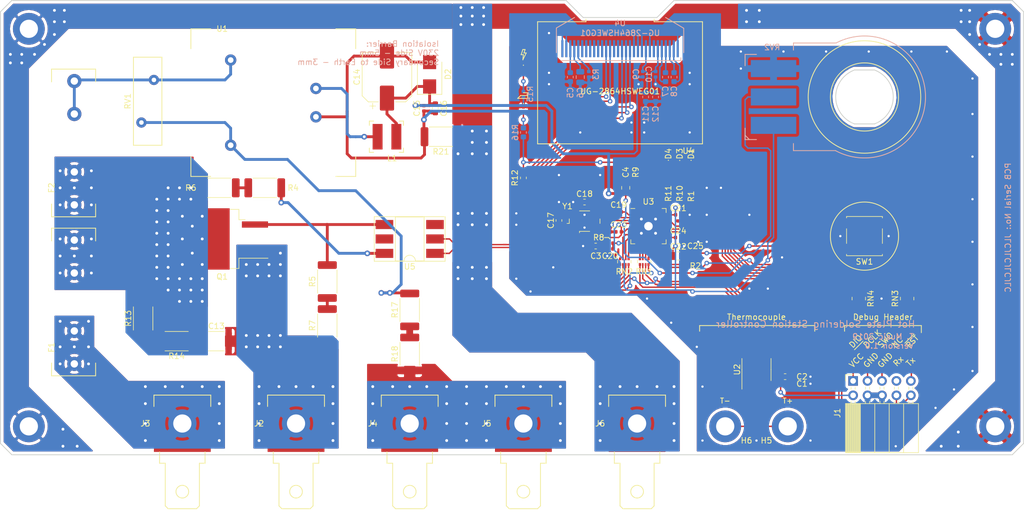
<source format=kicad_pcb>
(kicad_pcb (version 20171130) (host pcbnew 5.1.4)
  (layers (0 F.Cu signal) (31 B.Cu signal hide) (34 B.Paste user hide) (35 F.Paste user hide) (36 B.SilkS user hide) (37 F.SilkS user hide) (38 B.Mask user hide) (39 F.Mask user hide) (44 Edge.Cuts user))
  (net 0 "")
  (net 1 GND)
  (net 2 +3V3)
  (net 3 "Net-(C8-Pad1)")
  (net 4 "Net-(C5-Pad2)")
  (net 5 "Net-(C6-Pad2)")
  (net 6 "Net-(C7-Pad2)")
  (net 7 "Net-(C7-Pad1)")
  (net 8 "Net-(C8-Pad2)")
  (net 9 "Net-(R3-Pad2)")
  (net 10 "Net-(RN1-Pad5)")
  (net 11 "Net-(RN1-Pad6)")
  (net 12 "Net-(RN1-Pad8)")
  (net 13 "Net-(RN1-Pad7)")
  (net 14 "Net-(R4-Pad2)")
  (net 15 "Net-(R4-Pad1)")
  (net 16 "Net-(R5-Pad1)")
  (net 17 "Net-(C13-Pad2)")
  (net 18 "Net-(C13-Pad1)")
  (net 19 /power_switch/230V_Line)
  (net 20 "Net-(Q1-Pad3)")
  (net 21 "Net-(R12-Pad1)")
  (net 22 "Net-(R13-Pad1)")
  (net 23 "Net-(R17-Pad2)")
  (net 24 "Net-(R17-Pad1)")
  (net 25 /power_switch/230V_Neutral)
  (net 26 "Net-(F1-Pad2)")
  (net 27 Earth)
  (net 28 "Net-(H5-Pad1)")
  (net 29 "Net-(H6-Pad1)")
  (net 30 "Net-(F2-Pad2)")
  (net 31 "Net-(D1-Pad2)")
  (net 32 "Net-(J1-Pad10)")
  (net 33 "Net-(J1-Pad9)")
  (net 34 "Net-(J1-Pad8)")
  (net 35 "Net-(J1-Pad5)")
  (net 36 "Net-(J1-Pad3)")
  (net 37 "Net-(J1-Pad1)")
  (net 38 "Net-(R1-Pad1)")
  (net 39 /oled/D~C)
  (net 40 "Net-(L1-Pad2)")
  (net 41 "Net-(C17-Pad1)")
  (net 42 "Net-(C18-Pad2)")
  (net 43 /stm32/MCU_RESET)
  (net 44 /stm32/SWO)
  (net 45 /stm32/SPI_MOSI)
  (net 46 /stm32/SPI_MISO)
  (net 47 /stm32/SPI_SCK)
  (net 48 "Net-(RN1-Pad1)")
  (net 49 /stm32/~OLED_CS)
  (net 50 /stm32/~OLED_RESET)
  (net 51 "Net-(RN2-Pad2)")
  (net 52 "Net-(RN2-Pad3)")
  (net 53 "Net-(RN2-Pad1)")
  (net 54 /stm32/SWCLK)
  (net 55 /stm32/SWDIO)
  (net 56 /stm32/Tx)
  (net 57 /stm32/Rx)
  (net 58 /power_switch/IRON_CTRL)
  (net 59 /stm32/BTN_START)
  (net 60 "Net-(R9-Pad2)")
  (net 61 "Net-(RV2-Pad2)")
  (net 62 "Net-(D3-Pad2)")
  (net 63 "Net-(D4-Pad2)")
  (net 64 "Net-(R10-Pad1)")
  (net 65 "Net-(R11-Pad1)")
  (net 66 "Net-(D5-Pad2)")
  (net 67 "Net-(D6-Pad2)")
  (module oled:UG-2864HSWEG01 (layer F.Cu) (at 169.25 53.5 180)
    (fp_text reference U4 (at -12 -18) (layer F.SilkS))
    (fp_text value UG-2864HSWEG01)
    (fp_text user %V (at 0 2.75) (layer B.SilkS) (effects (justify mirror)))
    (fp_text user %V (at 0 -7.5) (layer F.SilkS))
    (fp_text user %R (at 0 4.5) (layer B.SilkS) (effects (justify mirror)))
    (pad 24 smd rect (at 5.95 0) (size 0.4 3) (layers B.Cu B.Paste B.Mask))
    (pad 27 smd rect (at 8.05 0) (size 0.4 3) (layers B.Cu B.Paste B.Mask) (net 5 "Net-(C6-Pad2)"))
    (pad 30 smd rect (at 10.15 0) (size 0.4 3) (layers B.Cu B.Paste B.Mask) (net 1 GND))
    (pad 22 smd rect (at 4.55 0) (size 0.4 3) (layers B.Cu B.Paste B.Mask))
    (pad 25 smd rect (at 6.65 0) (size 0.4 3) (layers B.Cu B.Paste B.Mask))
    (pad 21 smd rect (at 3.85 0) (size 0.4 3) (layers B.Cu B.Paste B.Mask))
    (pad 26 smd rect (at 7.35 0) (size 0.4 3) (layers B.Cu B.Paste B.Mask) (net 9 "Net-(R3-Pad2)"))
    (pad 28 smd rect (at 8.75 0) (size 0.4 3) (layers B.Cu B.Paste B.Mask) (net 4 "Net-(C5-Pad2)"))
    (pad 15 smd rect (at -0.35 0) (size 0.4 3) (layers B.Cu B.Paste B.Mask) (net 39 /oled/D~C))
    (pad 14 smd rect (at -1.05 0) (size 0.4 3) (layers B.Cu B.Paste B.Mask) (net 50 /stm32/~OLED_RESET))
    (pad 8 smd rect (at -5.25 0) (size 0.4 3) (layers B.Cu B.Paste B.Mask) (net 1 GND))
    (pad 1 smd rect (at -10.15 0) (size 0.4 3) (layers B.Cu B.Paste B.Mask) (net 1 GND))
    (pad 3 smd rect (at -8.75 0) (size 0.4 3) (layers B.Cu B.Paste B.Mask) (net 3 "Net-(C8-Pad1)"))
    (pad 13 smd rect (at -1.75 0) (size 0.4 3) (layers B.Cu B.Paste B.Mask) (net 49 /stm32/~OLED_CS))
    (pad 19 smd rect (at 2.45 0) (size 0.4 3) (layers B.Cu B.Paste B.Mask) (net 45 /stm32/SPI_MOSI))
    (pad 18 smd rect (at 1.75 0) (size 0.4 3) (layers B.Cu B.Paste B.Mask) (net 47 /stm32/SPI_SCK))
    (pad 20 smd rect (at 3.15 0) (size 0.4 3) (layers B.Cu B.Paste B.Mask))
    (pad 12 smd rect (at -2.45 0) (size 0.4 3) (layers B.Cu B.Paste B.Mask) (net 1 GND))
    (pad 17 smd rect (at 1.05 0) (size 0.4 3) (layers B.Cu B.Paste B.Mask))
    (pad 11 smd rect (at -3.15 0) (size 0.4 3) (layers B.Cu B.Paste B.Mask) (net 1 GND))
    (pad 16 smd rect (at 0.35 0) (size 0.4 3) (layers B.Cu B.Paste B.Mask))
    (pad 29 smd rect (at 9.45 0) (size 0.4 3) (layers B.Cu B.Paste B.Mask) (net 1 GND))
    (pad 23 smd rect (at 5.25 0) (size 0.4 3) (layers B.Cu B.Paste B.Mask))
    (pad 10 smd rect (at -3.85 0) (size 0.4 3) (layers B.Cu B.Paste B.Mask) (net 1 GND))
    (pad 2 smd rect (at -9.45 0) (size 0.4 3) (layers B.Cu B.Paste B.Mask) (net 8 "Net-(C8-Pad2)"))
    (pad 5 smd rect (at -7.35 0) (size 0.4 3) (layers B.Cu B.Paste B.Mask) (net 7 "Net-(C7-Pad1)"))
    (pad 9 smd rect (at -4.55 0) (size 0.4 3) (layers B.Cu B.Paste B.Mask) (net 2 +3V3))
    (pad 4 smd rect (at -8.05 0) (size 0.4 3) (layers B.Cu B.Paste B.Mask) (net 6 "Net-(C7-Pad2)"))
    (pad 6 smd rect (at -6.65 0) (size 0.4 3) (layers B.Cu B.Paste B.Mask) (net 2 +3V3))
    (pad 7 smd rect (at -5.95 0) (size 0.4 3) (layers B.Cu B.Paste B.Mask))
  )
  (module potentiometer_midmount:Potentiometer_Hole_10mm (layer B.Cu) (at 212.25 62)
    (fp_text reference RV2 (at -16.25 -8.75) (layer B.SilkS) (effects (justify mirror)))
    (fp_text value 10k)
    (pad 3 smd rect (at -16 -5 270) (size 3 8) (layers B.Cu B.Paste B.Mask) (net 1 GND))
    (pad 1 smd rect (at -16 5 270) (size 3 8) (layers B.Cu B.Paste B.Mask) (net 2 +3V3))
    (pad 2 smd rect (at -16 0 270) (size 3 8) (layers B.Cu B.Paste B.Mask) (net 61 "Net-(RV2-Pad2)"))
  )
  (module Resistor_SMD:R_0603_1608Metric (layer B.Cu) (at 152.25 68.25 270)
    (fp_text reference R16 (at 0 1.43 90) (layer B.SilkS) (effects (justify mirror)))
    (fp_text value 220R)
    (pad 2 smd roundrect (at 0.7875 0 270) (size 0.875 0.95) (layers B.Cu B.Paste B.Mask) (net 58 /power_switch/IRON_CTRL))
    (pad 1 smd roundrect (at -0.7875 0 270) (size 0.875 0.95) (layers B.Cu B.Paste B.Mask) (net 67 "Net-(D6-Pad2)"))
  )
  (module LED_SMD:LED_0402_1005Metric (layer F.Cu) (at 152.25 64.25 270)
    (fp_text reference D6 hide)
    (fp_text value Red)
    (pad 2 smd roundrect (at 0.485 0 270) (size 0.59 0.64) (layers F.Cu F.Paste F.Mask) (net 67 "Net-(D6-Pad2)"))
    (pad 1 smd roundrect (at -0.485 0 270) (size 0.59 0.64) (layers F.Cu F.Paste F.Mask) (net 1 GND))
  )
  (module Resistor_SMD:R_0402_1005Metric (layer B.Cu) (at 152.25 61.5 90)
    (fp_text reference R15 (at 0 1.17 90) (layer B.SilkS) (effects (justify mirror)))
    (fp_text value 470R)
    (pad 2 smd roundrect (at 0.485 0 90) (size 0.59 0.64) (layers B.Cu B.Paste B.Mask) (net 66 "Net-(D5-Pad2)"))
    (pad 1 smd roundrect (at -0.485 0 90) (size 0.59 0.64) (layers B.Cu B.Paste B.Mask) (net 2 +3V3))
  )
  (module LED_SMD:LED_0402_1005Metric (layer F.Cu) (at 152.25 57.5 270)
    (fp_text reference D5 hide)
    (fp_text value Orange)
    (pad 2 smd roundrect (at 0.485 0 270) (size 0.59 0.64) (layers F.Cu F.Paste F.Mask) (net 66 "Net-(D5-Pad2)"))
    (pad 1 smd roundrect (at -0.485 0 270) (size 0.59 0.64) (layers F.Cu F.Paste F.Mask) (net 1 GND))
  )
  (module Resistor_SMD:R_0402_1005Metric (layer F.Cu) (at 177.75 76.485 90)
    (fp_text reference R11 (at -2.515 0 90) (layer F.SilkS))
    (fp_text value 470R)
    (pad 2 smd roundrect (at 0.485 0 90) (size 0.59 0.64) (layers F.Cu F.Paste F.Mask) (net 63 "Net-(D4-Pad2)"))
    (pad 1 smd roundrect (at -0.485 0 90) (size 0.59 0.64) (layers F.Cu F.Paste F.Mask) (net 65 "Net-(R11-Pad1)"))
  )
  (module Resistor_SMD:R_0402_1005Metric (layer F.Cu) (at 179.75 76.485 90)
    (fp_text reference R10 (at -2.515 0 90) (layer F.SilkS))
    (fp_text value 470R)
    (pad 2 smd roundrect (at 0.485 0 90) (size 0.59 0.64) (layers F.Cu F.Paste F.Mask) (net 62 "Net-(D3-Pad2)"))
    (pad 1 smd roundrect (at -0.485 0 90) (size 0.59 0.64) (layers F.Cu F.Paste F.Mask) (net 64 "Net-(R10-Pad1)"))
  )
  (module LED_SMD:LED_0402_1005Metric (layer F.Cu) (at 177.75 74.235 270)
    (fp_text reference D4 (at -2.235 0 90) (layer F.SilkS))
    (fp_text value Red)
    (pad 2 smd roundrect (at 0.485 0 270) (size 0.59 0.64) (layers F.Cu F.Paste F.Mask) (net 63 "Net-(D4-Pad2)"))
    (pad 1 smd roundrect (at -0.485 0 270) (size 0.59 0.64) (layers F.Cu F.Paste F.Mask) (net 1 GND))
  )
  (module LED_SMD:LED_0402_1005Metric (layer F.Cu) (at 179.75 74.265 270)
    (fp_text reference D3 (at -2.265 0 90) (layer F.SilkS))
    (fp_text value Red)
    (pad 2 smd roundrect (at 0.485 0 270) (size 0.59 0.64) (layers F.Cu F.Paste F.Mask) (net 62 "Net-(D3-Pad2)"))
    (pad 1 smd roundrect (at -0.485 0 270) (size 0.59 0.64) (layers F.Cu F.Paste F.Mask) (net 1 GND))
  )
  (module Button_Switch_SMD:SW_SPST_B3S-1000 (layer F.Cu) (at 212.25 86.5 180)
    (fp_text reference SW1 (at 0 -4.5) (layer F.SilkS))
    (fp_text value SW_Push)
    (pad 2 smd rect (at 3.975 2.25 180) (size 1.55 1.3) (layers F.Cu F.Paste F.Mask) (net 59 /stm32/BTN_START))
    (pad 2 smd rect (at -3.975 2.25 180) (size 1.55 1.3) (layers F.Cu F.Paste F.Mask) (net 59 /stm32/BTN_START))
    (pad 1 smd rect (at 3.975 -2.25 180) (size 1.55 1.3) (layers F.Cu F.Paste F.Mask) (net 2 +3V3))
    (pad 1 smd rect (at -3.975 -2.25 180) (size 1.55 1.3) (layers F.Cu F.Paste F.Mask) (net 2 +3V3))
  )
  (module Capacitor_SMD:C_0402_1005Metric (layer F.Cu) (at 182.5 89.5 180)
    (fp_text reference C25 (at 0 1.25) (layer F.SilkS))
    (fp_text value 100nF)
    (pad 2 smd roundrect (at 0.485 0 180) (size 0.59 0.64) (layers F.Cu F.Paste F.Mask) (net 1 GND))
    (pad 1 smd roundrect (at -0.485 0 180) (size 0.59 0.64) (layers F.Cu F.Paste F.Mask) (net 59 /stm32/BTN_START))
  )
  (module Resistor_SMD:R_0402_1005Metric (layer F.Cu) (at 172 78.25 270)
    (fp_text reference R9 (at -3 0 90) (layer F.SilkS))
    (fp_text value 10k)
    (pad 2 smd roundrect (at 0.485 0 270) (size 0.59 0.64) (layers F.Cu F.Paste F.Mask) (net 60 "Net-(R9-Pad2)"))
    (pad 1 smd roundrect (at -0.485 0 270) (size 0.59 0.64) (layers F.Cu F.Paste F.Mask) (net 2 +3V3))
  )
  (module Resistor_SMD:R_0402_1005Metric (layer F.Cu) (at 182.5 90.5)
    (fp_text reference R2 (at 0 1.25) (layer F.SilkS))
    (fp_text value 10k)
    (pad 2 smd roundrect (at 0.485 0) (size 0.59 0.64) (layers F.Cu F.Paste F.Mask) (net 59 /stm32/BTN_START))
    (pad 1 smd roundrect (at -0.485 0) (size 0.59 0.64) (layers F.Cu F.Paste F.Mask) (net 1 GND))
  )
  (module Resistor_SMD:R_0603_1608Metric (layer F.Cu) (at 152.25 76.25 90)
    (fp_text reference R12 (at 0 -1.5 90) (layer F.SilkS))
    (fp_text value 220R)
    (pad 2 smd roundrect (at 0.7875 0 90) (size 0.875 0.95) (layers F.Cu F.Paste F.Mask) (net 58 /power_switch/IRON_CTRL))
    (pad 1 smd roundrect (at -0.7875 0 90) (size 0.875 0.95) (layers F.Cu F.Paste F.Mask) (net 21 "Net-(R12-Pad1)"))
  )
  (module Capacitor_SMD:C_0402_1005Metric (layer F.Cu) (at 179.485 86.75)
    (fp_text reference C24 (at 0 -1.17) (layer F.SilkS))
    (fp_text value 100nF)
    (pad 2 smd roundrect (at 0.485 0) (size 0.59 0.64) (layers F.Cu F.Paste F.Mask) (net 1 GND))
    (pad 1 smd roundrect (at -0.485 0) (size 0.59 0.64) (layers F.Cu F.Paste F.Mask) (net 2 +3V3))
  )
  (module Capacitor_SMD:C_0402_1005Metric (layer F.Cu) (at 169 85.75 180)
    (fp_text reference C23 (at 0 1.25) (layer F.SilkS))
    (fp_text value 100nF)
    (pad 2 smd roundrect (at 0.485 0 180) (size 0.59 0.64) (layers F.Cu F.Paste F.Mask) (net 1 GND))
    (pad 1 smd roundrect (at -0.485 0 180) (size 0.59 0.64) (layers F.Cu F.Paste F.Mask) (net 2 +3V3))
  )
  (module Capacitor_SMD:C_0805_2012Metric (layer F.Cu) (at 179.5 90)
    (fp_text reference C22 (at 0 -1.65) (layer F.SilkS))
    (fp_text value 10uF)
    (pad 2 smd roundrect (at 0.9375 0) (size 0.975 1.4) (layers F.Cu F.Paste F.Mask) (net 1 GND))
    (pad 1 smd roundrect (at -0.9375 0) (size 0.975 1.4) (layers F.Cu F.Paste F.Mask) (net 2 +3V3))
  )
  (module Capacitor_SMD:C_0402_1005Metric (layer F.Cu) (at 179.5 82.75)
    (fp_text reference C21 (at 0 -1.17) (layer F.SilkS))
    (fp_text value 100nF)
    (pad 2 smd roundrect (at 0.485 0) (size 0.59 0.64) (layers F.Cu F.Paste F.Mask) (net 1 GND))
    (pad 1 smd roundrect (at -0.485 0) (size 0.59 0.64) (layers F.Cu F.Paste F.Mask) (net 2 +3V3))
  )
  (module Resistor_SMD:R_Array_Convex_4x0402 (layer F.Cu) (at 211.25 97.5 270)
    (fp_text reference RN4 (at 0 -2.1 90) (layer F.SilkS))
    (fp_text value 22R)
    (pad 5 smd rect (at 0.5 0.75 270) (size 0.5 0.4) (layers F.Cu F.Paste F.Mask) (net 32 "Net-(J1-Pad10)"))
    (pad 6 smd rect (at 0.5 0.25 270) (size 0.5 0.3) (layers F.Cu F.Paste F.Mask))
    (pad 8 smd rect (at 0.5 -0.75 270) (size 0.5 0.4) (layers F.Cu F.Paste F.Mask) (net 34 "Net-(J1-Pad8)"))
    (pad 7 smd rect (at 0.5 -0.25 270) (size 0.5 0.3) (layers F.Cu F.Paste F.Mask))
    (pad 4 smd rect (at -0.5 0.75 270) (size 0.5 0.4) (layers F.Cu F.Paste F.Mask) (net 56 /stm32/Tx))
    (pad 2 smd rect (at -0.5 -0.25 270) (size 0.5 0.3) (layers F.Cu F.Paste F.Mask))
    (pad 3 smd rect (at -0.5 0.25 270) (size 0.5 0.3) (layers F.Cu F.Paste F.Mask))
    (pad 1 smd rect (at -0.5 -0.75 270) (size 0.5 0.4) (layers F.Cu F.Paste F.Mask) (net 57 /stm32/Rx))
  )
  (module Resistor_SMD:R_Array_Convex_4x0402 (layer F.Cu) (at 219.75 97.5 90)
    (fp_text reference RN3 (at 0 -2.1 90) (layer F.SilkS))
    (fp_text value 22R)
    (pad 5 smd rect (at 0.5 0.75 90) (size 0.5 0.4) (layers F.Cu F.Paste F.Mask) (net 43 /stm32/MCU_RESET))
    (pad 6 smd rect (at 0.5 0.25 90) (size 0.5 0.3) (layers F.Cu F.Paste F.Mask) (net 44 /stm32/SWO))
    (pad 8 smd rect (at 0.5 -0.75 90) (size 0.5 0.4) (layers F.Cu F.Paste F.Mask) (net 55 /stm32/SWDIO))
    (pad 7 smd rect (at 0.5 -0.25 90) (size 0.5 0.3) (layers F.Cu F.Paste F.Mask) (net 54 /stm32/SWCLK))
    (pad 4 smd rect (at -0.5 0.75 90) (size 0.5 0.4) (layers F.Cu F.Paste F.Mask) (net 33 "Net-(J1-Pad9)"))
    (pad 2 smd rect (at -0.5 -0.25 90) (size 0.5 0.3) (layers F.Cu F.Paste F.Mask) (net 36 "Net-(J1-Pad3)"))
    (pad 3 smd rect (at -0.5 0.25 90) (size 0.5 0.3) (layers F.Cu F.Paste F.Mask) (net 35 "Net-(J1-Pad5)"))
    (pad 1 smd rect (at -0.5 -0.75 90) (size 0.5 0.4) (layers F.Cu F.Paste F.Mask) (net 37 "Net-(J1-Pad1)"))
  )
  (module Resistor_SMD:R_Array_Convex_4x0402 (layer F.Cu) (at 170 91 270)
    (fp_text reference RN2 (at 1.75 0 180) (layer F.SilkS))
    (fp_text value 22R)
    (pad 5 smd rect (at 0.5 0.75 270) (size 0.5 0.4) (layers F.Cu F.Paste F.Mask))
    (pad 6 smd rect (at 0.5 0.25 270) (size 0.5 0.3) (layers F.Cu F.Paste F.Mask) (net 39 /oled/D~C))
    (pad 8 smd rect (at 0.5 -0.75 270) (size 0.5 0.4) (layers F.Cu F.Paste F.Mask) (net 49 /stm32/~OLED_CS))
    (pad 7 smd rect (at 0.5 -0.25 270) (size 0.5 0.3) (layers F.Cu F.Paste F.Mask) (net 50 /stm32/~OLED_RESET))
    (pad 4 smd rect (at -0.5 0.75 270) (size 0.5 0.4) (layers F.Cu F.Paste F.Mask))
    (pad 2 smd rect (at -0.5 -0.25 270) (size 0.5 0.3) (layers F.Cu F.Paste F.Mask) (net 51 "Net-(RN2-Pad2)"))
    (pad 3 smd rect (at -0.5 0.25 270) (size 0.5 0.3) (layers F.Cu F.Paste F.Mask) (net 52 "Net-(RN2-Pad3)"))
    (pad 1 smd rect (at -0.5 -0.75 270) (size 0.5 0.4) (layers F.Cu F.Paste F.Mask) (net 53 "Net-(RN2-Pad1)"))
  )
  (module Resistor_SMD:R_Array_Convex_4x0402 (layer F.Cu) (at 173.5 91 90)
    (fp_text reference RN1 (at -1.75 0 180) (layer F.SilkS))
    (fp_text value 22R)
    (pad 5 smd rect (at 0.5 0.75 90) (size 0.5 0.4) (layers F.Cu F.Paste F.Mask) (net 10 "Net-(RN1-Pad5)"))
    (pad 6 smd rect (at 0.5 0.25 90) (size 0.5 0.3) (layers F.Cu F.Paste F.Mask) (net 11 "Net-(RN1-Pad6)"))
    (pad 8 smd rect (at 0.5 -0.75 90) (size 0.5 0.4) (layers F.Cu F.Paste F.Mask) (net 12 "Net-(RN1-Pad8)"))
    (pad 7 smd rect (at 0.5 -0.25 90) (size 0.5 0.3) (layers F.Cu F.Paste F.Mask) (net 13 "Net-(RN1-Pad7)"))
    (pad 4 smd rect (at -0.5 0.75 90) (size 0.5 0.4) (layers F.Cu F.Paste F.Mask) (net 45 /stm32/SPI_MOSI))
    (pad 2 smd rect (at -0.5 -0.25 90) (size 0.5 0.3) (layers F.Cu F.Paste F.Mask) (net 47 /stm32/SPI_SCK))
    (pad 3 smd rect (at -0.5 0.25 90) (size 0.5 0.3) (layers F.Cu F.Paste F.Mask) (net 46 /stm32/SPI_MISO))
    (pad 1 smd rect (at -0.5 -0.75 90) (size 0.5 0.4) (layers F.Cu F.Paste F.Mask) (net 48 "Net-(RN1-Pad1)"))
  )
  (module Resistor_SMD:R_0402_1005Metric (layer F.Cu) (at 167.515 87.75 180)
    (fp_text reference R8 (at 2.015 1) (layer F.SilkS))
    (fp_text value 10k)
    (pad 2 smd roundrect (at 0.485 0 180) (size 0.59 0.64) (layers F.Cu F.Paste F.Mask) (net 2 +3V3))
    (pad 1 smd roundrect (at -0.485 0 180) (size 0.59 0.64) (layers F.Cu F.Paste F.Mask) (net 43 /stm32/MCU_RESET))
  )
  (module Capacitor_SMD:C_0402_1005Metric (layer F.Cu) (at 167.5 88.75 180)
    (fp_text reference C20 (at 0 -1.25) (layer F.SilkS))
    (fp_text value 100nF)
    (pad 2 smd roundrect (at 0.485 0 180) (size 0.59 0.64) (layers F.Cu F.Paste F.Mask) (net 1 GND))
    (pad 1 smd roundrect (at -0.485 0 180) (size 0.59 0.64) (layers F.Cu F.Paste F.Mask) (net 43 /stm32/MCU_RESET))
  )
  (module Capacitor_SMD:C_0402_1005Metric (layer F.Cu) (at 169 82.25 180)
    (fp_text reference C19 (at 0 1.25) (layer F.SilkS))
    (fp_text value 100nF)
    (pad 2 smd roundrect (at 0.485 0 180) (size 0.59 0.64) (layers F.Cu F.Paste F.Mask) (net 1 GND))
    (pad 1 smd roundrect (at -0.485 0 180) (size 0.59 0.64) (layers F.Cu F.Paste F.Mask) (net 2 +3V3))
  )
  (module Crystal:Crystal_SMD_Abracon_ABM3B-4Pin_5.0x3.2mm (layer F.Cu) (at 163.02 83.87)
    (fp_text reference Y1 (at -3.02 -2.62) (layer F.SilkS))
    (fp_text value "ABM3B 8MHz")
    (pad 4 smd rect (at -2 -1.2) (size 1.8 1.2) (layers F.Cu F.Paste F.Mask) (net 1 GND))
    (pad 3 smd rect (at 2 -1.2) (size 1.8 1.2) (layers F.Cu F.Paste F.Mask) (net 42 "Net-(C18-Pad2)"))
    (pad 2 smd rect (at 2 1.2) (size 1.8 1.2) (layers F.Cu F.Paste F.Mask) (net 1 GND))
    (pad 1 smd rect (at -2 1.2) (size 1.8 1.2) (layers F.Cu F.Paste F.Mask) (net 41 "Net-(C17-Pad1)"))
  )
  (module Capacitor_SMD:C_0603_1608Metric (layer F.Cu) (at 163 80.5)
    (fp_text reference C18 (at 0 -1.43) (layer F.SilkS))
    (fp_text value 22pF)
    (pad 1 smd roundrect (at -0.7875 0) (size 0.875 0.95) (layers F.Cu F.Paste F.Mask) (net 1 GND))
    (pad 2 smd roundrect (at 0.7875 0) (size 0.875 0.95) (layers F.Cu F.Paste F.Mask) (net 42 "Net-(C18-Pad2)"))
  )
  (module Capacitor_SMD:C_0603_1608Metric (layer F.Cu) (at 158.5 83.75 90)
    (fp_text reference C17 (at 0 -1.43 90) (layer F.SilkS))
    (fp_text value 22pF)
    (pad 2 smd roundrect (at 0.7875 0 90) (size 0.875 0.95) (layers F.Cu F.Paste F.Mask) (net 1 GND))
    (pad 1 smd roundrect (at -0.7875 0 90) (size 0.875 0.95) (layers F.Cu F.Paste F.Mask) (net 41 "Net-(C17-Pad1)"))
  )
  (module Resistor_SMD:R_0402_1005Metric (layer F.Cu) (at 181.765 76.5 90)
    (fp_text reference R1 (at -3 -0.015 90) (layer F.SilkS))
    (fp_text value 470R)
    (pad 2 smd roundrect (at 0.485 0 90) (size 0.59 0.64) (layers F.Cu F.Paste F.Mask) (net 31 "Net-(D1-Pad2)"))
    (pad 1 smd roundrect (at -0.485 0 90) (size 0.59 0.64) (layers F.Cu F.Paste F.Mask) (net 38 "Net-(R1-Pad1)"))
  )
  (module LED_SMD:LED_0402_1005Metric (layer F.Cu) (at 181.75 74.25 270)
    (fp_text reference D1 (at -2.25 0 90) (layer F.SilkS))
    (fp_text value Red)
    (pad 2 smd roundrect (at 0.485 0 270) (size 0.59 0.64) (layers F.Cu F.Paste F.Mask) (net 31 "Net-(D1-Pad2)"))
    (pad 1 smd roundrect (at -0.485 0 270) (size 0.59 0.64) (layers F.Cu F.Paste F.Mask) (net 1 GND))
  )
  (module Capacitor_SMD:C_0805_2012Metric (layer F.Cu) (at 170.25 78 90)
    (fp_text reference C4 (at 2.75 0 90) (layer F.SilkS))
    (fp_text value 10uF)
    (pad 2 smd roundrect (at 0.9375 0 90) (size 0.975 1.4) (layers F.Cu F.Paste F.Mask) (net 1 GND))
    (pad 1 smd roundrect (at -0.9375 0 90) (size 0.975 1.4) (layers F.Cu F.Paste F.Mask) (net 2 +3V3))
  )
  (module Capacitor_SMD:C_0603_1608Metric (layer F.Cu) (at 164.9625 88.25)
    (fp_text reference C3 (at 0.0375 1.75) (layer F.SilkS))
    (fp_text value 4u7)
    (pad 2 smd roundrect (at 0.7875 0) (size 0.875 0.95) (layers F.Cu F.Paste F.Mask) (net 2 +3V3))
    (pad 1 smd roundrect (at -0.7875 0) (size 0.875 0.95) (layers F.Cu F.Paste F.Mask) (net 1 GND))
  )
  (module Capacitor_SMD:C_0603_1608Metric (layer F.Cu) (at 198.2875 111.25 180)
    (fp_text reference C2 (at -2.9625 0) (layer F.SilkS))
    (fp_text value 2.2uF)
    (pad 2 smd roundrect (at 0.7875 0 180) (size 0.875 0.95) (layers F.Cu F.Paste F.Mask) (net 2 +3V3))
    (pad 1 smd roundrect (at -0.7875 0 180) (size 0.875 0.95) (layers F.Cu F.Paste F.Mask) (net 1 GND))
  )
  (module Capacitor_SMD:C_0402_1005Metric (layer F.Cu) (at 197.985 112.5)
    (fp_text reference C1 (at 3.265 0) (layer F.SilkS))
    (fp_text value 100nF)
    (pad 2 smd roundrect (at 0.485 0) (size 0.59 0.64) (layers F.Cu F.Paste F.Mask) (net 1 GND))
    (pad 1 smd roundrect (at -0.485 0) (size 0.59 0.64) (layers F.Cu F.Paste F.Mask) (net 2 +3V3))
  )
  (module Elec_SM4532:SM4532 (layer F.Cu) (at 128.25 69 180)
    (fp_text reference L1 (at -0.9 -3.81) (layer F.SilkS))
    (fp_text value 6.8uH)
    (pad 2 smd rect (at 1.65 0 270) (size 4.5 1.75) (layers F.Cu F.Paste F.Mask) (net 40 "Net-(L1-Pad2)"))
    (pad 1 smd rect (at -1.65 0 270) (size 4.5 1.75) (layers F.Cu F.Paste F.Mask) (net 2 +3V3))
  )
  (module Diode_SMD:D_SMB (layer F.Cu) (at 135.75 58 90)
    (fp_text reference D2 (at 0 3.25 90) (layer F.SilkS))
    (fp_text value SMBJ7.0A)
    (pad 2 smd rect (at 2.15 0 90) (size 2.5 2.3) (layers F.Cu F.Paste F.Mask) (net 1 GND))
    (pad 1 smd rect (at -2.15 0 90) (size 2.5 2.3) (layers F.Cu F.Paste F.Mask) (net 2 +3V3))
  )
  (module Capacitor_SMD:C_0603_1608Metric (layer F.Cu) (at 136.75 64 90)
    (fp_text reference C16 (at 0 1.5 90) (layer F.SilkS))
    (fp_text value 1uF)
    (pad 2 smd roundrect (at 0.7875 0 90) (size 0.875 0.95) (layers F.Cu F.Paste F.Mask) (net 2 +3V3))
    (pad 1 smd roundrect (at -0.7875 0 90) (size 0.875 0.95) (layers F.Cu F.Paste F.Mask) (net 1 GND))
  )
  (module Capacitor_SMD:C_0402_1005Metric (layer F.Cu) (at 134.75 64 270)
    (fp_text reference C15 (at 0 1.25 90) (layer F.SilkS))
    (fp_text value 100nF)
    (pad 2 smd roundrect (at 0.485 0 270) (size 0.59 0.64) (layers F.Cu F.Paste F.Mask) (net 1 GND))
    (pad 1 smd roundrect (at -0.485 0 270) (size 0.59 0.64) (layers F.Cu F.Paste F.Mask) (net 2 +3V3))
  )
  (module Capacitor_SMD:CP_Elec_8x10.5 (layer F.Cu) (at 128.25 58.5 90)
    (fp_text reference C14 (at 0 -5.3 90) (layer F.SilkS))
    (fp_text value 220uF/25V)
    (pad 2 smd roundrect (at 3.7 0 90) (size 4.4 2.5) (layers F.Cu F.Paste F.Mask) (roundrect_rratio 0.1) (net 1 GND))
    (pad 1 smd roundrect (at -3.7 0 90) (size 4.4 2.5) (layers F.Cu F.Paste F.Mask) (roundrect_rratio 0.1) (net 2 +3V3))
  )
  (module Connector_PinSocket_2.54mm:PinSocket_2x05_P2.54mm_Horizontal (layer F.Cu) (at 210.25 112 90)
    (fp_text reference J1 (at -5.65 -2.77 90) (layer F.SilkS))
    (fp_text value Conn_02x05_Odd_Even)
    (pad 10 thru_hole oval (at -2.54 10.16 90) (size 1.7 1.7) (drill 1) (layers *.Cu *.Mask) (net 32 "Net-(J1-Pad10)"))
    (pad 9 thru_hole oval (at 0 10.16 90) (size 1.7 1.7) (drill 1) (layers *.Cu *.Mask) (net 33 "Net-(J1-Pad9)"))
    (pad 8 thru_hole oval (at -2.54 7.62 90) (size 1.7 1.7) (drill 1) (layers *.Cu *.Mask) (net 34 "Net-(J1-Pad8)"))
    (pad 7 thru_hole oval (at 0 7.62 90) (size 1.7 1.7) (drill 1) (layers *.Cu *.Mask))
    (pad 6 thru_hole oval (at -2.54 5.08 90) (size 1.7 1.7) (drill 1) (layers *.Cu *.Mask) (net 1 GND))
    (pad 5 thru_hole oval (at 0 5.08 90) (size 1.7 1.7) (drill 1) (layers *.Cu *.Mask) (net 35 "Net-(J1-Pad5)"))
    (pad 4 thru_hole oval (at -2.54 2.54 90) (size 1.7 1.7) (drill 1) (layers *.Cu *.Mask) (net 1 GND))
    (pad 3 thru_hole oval (at 0 2.54 90) (size 1.7 1.7) (drill 1) (layers *.Cu *.Mask) (net 36 "Net-(J1-Pad3)"))
    (pad 2 thru_hole oval (at -2.54 0 90) (size 1.7 1.7) (drill 1) (layers *.Cu *.Mask) (net 2 +3V3))
    (pad 1 thru_hole rect (at 0 0 90) (size 1.7 1.7) (drill 1) (layers *.Cu *.Mask) (net 37 "Net-(J1-Pad1)"))
  )
  (module MountingHole:MountingHole_3.2mm_M3_DIN965_Pad (layer F.Cu) (at 198.75 120)
    (fp_text reference H5 (at -3.75 2.5) (layer F.SilkS))
    (fp_text value M3)
    (pad 1 thru_hole circle (at 0 0) (size 5.6 5.6) (drill 3.2) (layers *.Cu *.Mask) (net 28 "Net-(H5-Pad1)"))
  )
  (module MountingHole:MountingHole_3.2mm_M3_DIN965_Pad (layer F.Cu) (at 187.75 120)
    (fp_text reference H6 (at 3.75 2.5) (layer F.SilkS))
    (fp_text value M3)
    (pad 1 thru_hole circle (at 0 0) (size 5.6 5.6) (drill 3.2) (layers *.Cu *.Mask) (net 29 "Net-(H6-Pad1)"))
  )
  (module Fuseholder_single:XC-Elec-C3130 (layer F.Cu) (at 73.25 98 90)
    (fp_text reference F1 (at -8.1 -4 90) (layer F.SilkS))
    (fp_text value 230V/1A)
    (pad 2 thru_hole circle (at 5 0 270) (size 2.5 2.5) (drill 1.3) (layers *.Cu *.Mask) (net 26 "Net-(F1-Pad2)"))
    (pad 2 thru_hole circle (at 10.8 0 270) (size 2.5 2.5) (drill 1.3) (layers *.Cu *.Mask) (net 26 "Net-(F1-Pad2)"))
    (pad 1 thru_hole circle (at -11 0 90) (size 2.5 2.5) (drill 1.3) (layers *.Cu *.Mask) (net 19 /power_switch/230V_Line))
    (pad 1 thru_hole circle (at -5.2 0 90) (size 2.5 2.5) (drill 1.3) (layers *.Cu *.Mask) (net 19 /power_switch/230V_Line))
  )
  (module Fuseholder_single:XC-Elec-C3130 (layer F.Cu) (at 73.25 70 90)
    (fp_text reference F2 (at -8 -4 90) (layer F.SilkS))
    (fp_text value 230V/1A)
    (pad 1 thru_hole circle (at -5.2 0 90) (size 2.5 2.5) (drill 1.3) (layers *.Cu *.Mask) (net 26 "Net-(F1-Pad2)") (thermal_gap 0.5))
    (pad 1 thru_hole circle (at -11 0 90) (size 2.5 2.5) (drill 1.3) (layers *.Cu *.Mask) (net 26 "Net-(F1-Pad2)") (thermal_gap 0.5))
    (pad 2 thru_hole circle (at 10.8 0 270) (size 2.5 2.5) (drill 1.3) (layers *.Cu *.Mask) (net 30 "Net-(F2-Pad2)"))
    (pad 2 thru_hole circle (at 5 0 270) (size 2.5 2.5) (drill 1.3) (layers *.Cu *.Mask) (net 30 "Net-(F2-Pad2)"))
  )
  (module kabelschuh:kabelschuh_horizontal_8x19mm (layer F.Cu) (at 172.25 130.5)
    (fp_text reference J6 (at -6.5 -11) (layer F.SilkS))
    (fp_text value Kabelschuh)
    (pad 1 smd rect (at 0 -11) (size 10 10) (layers F.Cu F.Mask) (net 27 Earth))
    (pad 1 thru_hole circle (at 0 -11) (size 5 5) (drill 3.2) (layers *.Cu *.Mask) (net 27 Earth))
  )
  (module kabelschuh:kabelschuh_horizontal_8x19mm (layer F.Cu) (at 152.25 130.5)
    (fp_text reference J5 (at -6.5 -11) (layer F.SilkS))
    (fp_text value Kabelschuh)
    (pad 1 smd rect (at 0 -11) (size 10 10) (layers F.Cu F.Mask) (net 25 /power_switch/230V_Neutral))
    (pad 1 thru_hole circle (at 0 -11) (size 5 5) (drill 3.2) (layers *.Cu *.Mask) (net 25 /power_switch/230V_Neutral))
  )
  (module kabelschuh:kabelschuh_horizontal_8x19mm (layer F.Cu) (at 112.25 130.5)
    (fp_text reference J2 (at -6.5 -11) (layer F.SilkS))
    (fp_text value Kabelschuh)
    (pad 1 smd rect (at 0 -11) (size 10 10) (layers F.Cu F.Mask) (net 17 "Net-(C13-Pad2)"))
    (pad 1 thru_hole circle (at 0 -11) (size 5 5) (drill 3.2) (layers *.Cu *.Mask) (net 17 "Net-(C13-Pad2)"))
  )
  (module kabelschuh:kabelschuh_horizontal_8x19mm (layer F.Cu) (at 132.25 130.5)
    (fp_text reference J4 (at -6.5 -11) (layer F.SilkS))
    (fp_text value Kabelschuh)
    (pad 1 smd rect (at 0 -11) (size 10 10) (layers F.Cu F.Mask) (net 25 /power_switch/230V_Neutral))
    (pad 1 thru_hole circle (at 0 -11) (size 5 5) (drill 3.2) (layers *.Cu *.Mask) (net 25 /power_switch/230V_Neutral))
  )
  (module kabelschuh:kabelschuh_horizontal_8x19mm (layer F.Cu) (at 92.25 130.5)
    (fp_text reference J3 (at -6.5 -11) (layer F.SilkS))
    (fp_text value Kabelschuh)
    (pad 1 smd rect (at 0 -11) (size 10 10) (layers F.Cu F.Mask) (net 19 /power_switch/230V_Line))
    (pad 1 thru_hole circle (at 0 -11) (size 5 5) (drill 3.2) (layers *.Cu *.Mask) (net 19 /power_switch/230V_Line))
  )
  (module Package_DIP:DIP-6_W8.89mm_SMDSocket_LongPads (layer F.Cu) (at 132.25 87 180)
    (fp_text reference U5 (at 0 -4.87) (layer F.SilkS))
    (fp_text value MOC3083M)
    (pad 1 smd rect (at -4.445 -2.54 180) (size 3.1 1.6) (layers F.Cu F.Paste F.Mask) (net 21 "Net-(R12-Pad1)"))
    (pad 4 smd rect (at 4.445 2.54 180) (size 3.1 1.6) (layers F.Cu F.Paste F.Mask) (net 20 "Net-(Q1-Pad3)"))
    (pad 2 smd rect (at -4.445 0 180) (size 3.1 1.6) (layers F.Cu F.Paste F.Mask) (net 1 GND))
    (pad 5 smd rect (at 4.445 0 180) (size 3.1 1.6) (layers F.Cu F.Paste F.Mask))
    (pad 3 smd rect (at -4.445 2.54 180) (size 3.1 1.6) (layers F.Cu F.Paste F.Mask))
    (pad 6 smd rect (at 4.445 -2.54 180) (size 3.1 1.6) (layers F.Cu F.Paste F.Mask) (net 14 "Net-(R4-Pad2)"))
  )
  (module MountingHole:MountingHole_3.2mm_M3_DIN965_Pad (layer F.Cu) (at 65.25 120)
    (fp_text reference H3 hide)
    (fp_text value MountingHole_Pad)
    (pad 1 thru_hole circle (at 0 0) (size 5.6 5.6) (drill 3.2) (layers *.Cu *.Mask) (net 27 Earth))
  )
  (module GTL-Power:VB02-T2Sxx (layer F.Cu) (at 108.25 63)
    (fp_text reference U1 (at -9 -13) (layer F.SilkS))
    (fp_text value VB02-T2S03)
    (pad 4 thru_hole circle (at 7.5 2.5) (size 2 2) (drill 1) (layers *.Cu *.Mask) (net 1 GND))
    (pad 3 thru_hole circle (at 7.5 -2.5) (size 2 2) (drill 1) (layers *.Cu *.Mask) (net 40 "Net-(L1-Pad2)"))
    (pad 1 thru_hole circle (at -7.5 7.5) (size 2 2) (drill 1) (layers *.Cu *.Mask) (net 23 "Net-(R17-Pad2)"))
    (pad 2 thru_hole circle (at -7.5 -7.5) (size 2 2) (drill 1) (layers *.Cu *.Mask) (net 30 "Net-(F2-Pad2)"))
  )
  (module Resistor_SMD:R_2512_6332Metric (layer F.Cu) (at 137.75 69 180)
    (fp_text reference R21 (at 0 -2.62) (layer F.SilkS))
    (fp_text value 0R)
    (pad 2 smd roundrect (at 2.9 0 180) (size 1.35 3.35) (layers F.Cu F.Paste F.Mask) (roundrect_rratio 0.185185) (net 1 GND))
    (pad 1 smd roundrect (at -2.9 0 180) (size 1.35 3.35) (layers F.Cu F.Paste F.Mask) (roundrect_rratio 0.185185) (net 27 Earth))
  )
  (module Varistor:RV_Disc_D15.5mm_W5mm_P7.5mm (layer F.Cu) (at 87.25 59 270)
    (fp_text reference RV1 (at 3.75 4.6 90) (layer F.SilkS))
    (fp_text value 561KD14)
    (pad 2 thru_hole circle (at 7.5 2.2 270) (size 1.8 1.8) (drill 0.8) (layers *.Cu *.Mask) (net 23 "Net-(R17-Pad2)"))
    (pad 1 thru_hole circle (at 0 0 270) (size 1.8 1.8) (drill 0.8) (layers *.Cu *.Mask) (net 30 "Net-(F2-Pad2)"))
  )
  (module Resistor_SMD:R_2512_6332Metric (layer F.Cu) (at 132.25 107.25 90)
    (fp_text reference R18 (at 0 -2.62 90) (layer F.SilkS))
    (fp_text value 10R)
    (pad 2 smd roundrect (at 2.9 0 90) (size 1.35 3.35) (layers F.Cu F.Paste F.Mask) (roundrect_rratio 0.185185) (net 24 "Net-(R17-Pad1)"))
    (pad 1 smd roundrect (at -2.9 0 90) (size 1.35 3.35) (layers F.Cu F.Paste F.Mask) (roundrect_rratio 0.185185) (net 25 /power_switch/230V_Neutral))
  )
  (module Resistor_SMD:R_2512_6332Metric (layer F.Cu) (at 132.25 99.5 90)
    (fp_text reference R17 (at 0 -2.62 90) (layer F.SilkS))
    (fp_text value 10R)
    (pad 2 smd roundrect (at 2.9 0 90) (size 1.35 3.35) (layers F.Cu F.Paste F.Mask) (roundrect_rratio 0.185185) (net 23 "Net-(R17-Pad2)"))
    (pad 1 smd roundrect (at -2.9 0 90) (size 1.35 3.35) (layers F.Cu F.Paste F.Mask) (roundrect_rratio 0.185185) (net 24 "Net-(R17-Pad1)"))
  )
  (module Resistor_SMD:R_2512_6332Metric (layer F.Cu) (at 91.25 105 180)
    (fp_text reference R14 (at 0 -2.62) (layer F.SilkS))
    (fp_text value 20R)
    (pad 2 smd roundrect (at 2.9 0 180) (size 1.35 3.35) (layers F.Cu F.Paste F.Mask) (roundrect_rratio 0.185185) (net 22 "Net-(R13-Pad1)"))
    (pad 1 smd roundrect (at -2.9 0 180) (size 1.35 3.35) (layers F.Cu F.Paste F.Mask) (roundrect_rratio 0.185185) (net 18 "Net-(C13-Pad1)"))
  )
  (module Resistor_SMD:R_2512_6332Metric (layer F.Cu) (at 85.35 101 90)
    (fp_text reference R13 (at 0 -2.62 90) (layer F.SilkS))
    (fp_text value 20R)
    (pad 2 smd roundrect (at 2.9 0 90) (size 1.35 3.35) (layers F.Cu F.Paste F.Mask) (roundrect_rratio 0.185185) (net 26 "Net-(F1-Pad2)"))
    (pad 1 smd roundrect (at -2.9 0 90) (size 1.35 3.35) (layers F.Cu F.Paste F.Mask) (roundrect_rratio 0.185185) (net 22 "Net-(R13-Pad1)"))
  )
  (module Package_TO_SOT_SMD:TO-263-2 (layer F.Cu) (at 99.25 87 180)
    (fp_text reference Q1 (at 0 -6.65) (layer F.SilkS))
    (fp_text value BT138-600)
    (pad 2 smd rect (at 3.375 0 180) (size 9.4 10.8) (layers F.Cu F.Mask) (net 26 "Net-(F1-Pad2)"))
    (pad 3 smd rect (at -5.775 2.54 180) (size 4.6 1.1) (layers F.Cu F.Paste F.Mask) (net 20 "Net-(Q1-Pad3)"))
    (pad 1 smd rect (at -5.775 -2.54 180) (size 4.6 1.1) (layers F.Cu F.Paste F.Mask) (net 17 "Net-(C13-Pad2)"))
  )
  (module Capacitor_SMD:C_1812_4532Metric (layer F.Cu) (at 98.25 105)
    (fp_text reference C13 (at 0 -2.65) (layer F.SilkS))
    (fp_text value 10nF)
    (pad 2 smd roundrect (at 2.1375 0) (size 1.125 3.4) (layers F.Cu F.Paste F.Mask) (roundrect_rratio 0.222222) (net 17 "Net-(C13-Pad2)"))
    (pad 1 smd roundrect (at -2.1375 0) (size 1.125 3.4) (layers F.Cu F.Paste F.Mask) (roundrect_rratio 0.222222) (net 18 "Net-(C13-Pad1)"))
  )
  (module Resistor_SMD:R_2512_6332Metric (layer F.Cu) (at 117.75 102.25 90)
    (fp_text reference R7 (at 0 -2.62 90) (layer F.SilkS))
    (fp_text value 165R)
    (pad 2 smd roundrect (at 2.9 0 90) (size 1.35 3.35) (layers F.Cu F.Paste F.Mask) (roundrect_rratio 0.185185) (net 16 "Net-(R5-Pad1)"))
    (pad 1 smd roundrect (at -2.9 0 90) (size 1.35 3.35) (layers F.Cu F.Paste F.Mask) (roundrect_rratio 0.185185) (net 17 "Net-(C13-Pad2)"))
  )
  (module Resistor_SMD:R_2512_6332Metric (layer F.Cu) (at 98.75 78)
    (fp_text reference R6 (at -5 0) (layer F.SilkS))
    (fp_text value 180R)
    (pad 2 smd roundrect (at 2.9 0) (size 1.35 3.35) (layers F.Cu F.Paste F.Mask) (roundrect_rratio 0.185185) (net 15 "Net-(R4-Pad1)"))
    (pad 1 smd roundrect (at -2.9 0) (size 1.35 3.35) (layers F.Cu F.Paste F.Mask) (roundrect_rratio 0.185185) (net 26 "Net-(F1-Pad2)"))
  )
  (module Resistor_SMD:R_2512_6332Metric (layer F.Cu) (at 117.75 94.5 90)
    (fp_text reference R5 (at 0 -2.62 90) (layer F.SilkS))
    (fp_text value 165R)
    (pad 2 smd roundrect (at 2.9 0 90) (size 1.35 3.35) (layers F.Cu F.Paste F.Mask) (roundrect_rratio 0.185185) (net 20 "Net-(Q1-Pad3)"))
    (pad 1 smd roundrect (at -2.9 0 90) (size 1.35 3.35) (layers F.Cu F.Paste F.Mask) (roundrect_rratio 0.185185) (net 16 "Net-(R5-Pad1)"))
  )
  (module Resistor_SMD:R_2512_6332Metric (layer F.Cu) (at 106.75 78)
    (fp_text reference R4 (at 5 0) (layer F.SilkS))
    (fp_text value 180R)
    (pad 2 smd roundrect (at 2.9 0) (size 1.35 3.35) (layers F.Cu F.Paste F.Mask) (roundrect_rratio 0.185185) (net 14 "Net-(R4-Pad2)"))
    (pad 1 smd roundrect (at -2.9 0) (size 1.35 3.35) (layers F.Cu F.Paste F.Mask) (roundrect_rratio 0.185185) (net 15 "Net-(R4-Pad1)"))
  )
  (module Package_DFN_QFN:QFN-36-1EP_6x6mm_P0.5mm_EP4.1x4.1mm (layer F.Cu) (at 174.25 84.75)
    (fp_text reference U3 (at 0 -4.32) (layer F.SilkS))
    (fp_text value STM32F103T8Ux)
    (pad 36 smd roundrect (at -2 -2.8375) (size 0.25 1.075) (layers F.Cu F.Paste F.Mask) (net 1 GND))
    (pad 35 smd roundrect (at -1.5 -2.8375) (size 0.25 1.075) (layers F.Cu F.Paste F.Mask) (net 60 "Net-(R9-Pad2)"))
    (pad 34 smd roundrect (at -1 -2.8375) (size 0.25 1.075) (layers F.Cu F.Paste F.Mask) (net 58 /power_switch/IRON_CTRL))
    (pad 33 smd roundrect (at -0.5 -2.8375) (size 0.25 1.075) (layers F.Cu F.Paste F.Mask) (net 65 "Net-(R11-Pad1)"))
    (pad 32 smd roundrect (at 0 -2.8375) (size 0.25 1.075) (layers F.Cu F.Paste F.Mask) (net 64 "Net-(R10-Pad1)"))
    (pad 31 smd roundrect (at 0.5 -2.8375) (size 0.25 1.075) (layers F.Cu F.Paste F.Mask) (net 38 "Net-(R1-Pad1)"))
    (pad 30 smd roundrect (at 1 -2.8375) (size 0.25 1.075) (layers F.Cu F.Paste F.Mask) (net 44 /stm32/SWO))
    (pad 29 smd roundrect (at 1.5 -2.8375) (size 0.25 1.075) (layers F.Cu F.Paste F.Mask))
    (pad 28 smd roundrect (at 2 -2.8375) (size 0.25 1.075) (layers F.Cu F.Paste F.Mask) (net 54 /stm32/SWCLK))
    (pad 27 smd roundrect (at 2.8375 -2) (size 1.075 0.25) (layers F.Cu F.Paste F.Mask) (net 2 +3V3))
    (pad 26 smd roundrect (at 2.8375 -1.5) (size 1.075 0.25) (layers F.Cu F.Paste F.Mask) (net 1 GND))
    (pad 25 smd roundrect (at 2.8375 -1) (size 1.075 0.25) (layers F.Cu F.Paste F.Mask) (net 55 /stm32/SWDIO))
    (pad 24 smd roundrect (at 2.8375 -0.5) (size 1.075 0.25) (layers F.Cu F.Paste F.Mask))
    (pad 23 smd roundrect (at 2.8375 0) (size 1.075 0.25) (layers F.Cu F.Paste F.Mask))
    (pad 22 smd roundrect (at 2.8375 0.5) (size 1.075 0.25) (layers F.Cu F.Paste F.Mask) (net 57 /stm32/Rx))
    (pad 21 smd roundrect (at 2.8375 1) (size 1.075 0.25) (layers F.Cu F.Paste F.Mask) (net 56 /stm32/Tx))
    (pad 20 smd roundrect (at 2.8375 1.5) (size 1.075 0.25) (layers F.Cu F.Paste F.Mask))
    (pad 19 smd roundrect (at 2.8375 2) (size 1.075 0.25) (layers F.Cu F.Paste F.Mask) (net 2 +3V3))
    (pad 18 smd roundrect (at 2 2.8375) (size 0.25 1.075) (layers F.Cu F.Paste F.Mask) (net 1 GND))
    (pad 17 smd roundrect (at 1.5 2.8375) (size 0.25 1.075) (layers F.Cu F.Paste F.Mask) (net 59 /stm32/BTN_START))
    (pad 16 smd roundrect (at 1 2.8375) (size 0.25 1.075) (layers F.Cu F.Paste F.Mask))
    (pad 15 smd roundrect (at 0.5 2.8375) (size 0.25 1.075) (layers F.Cu F.Paste F.Mask) (net 61 "Net-(RV2-Pad2)"))
    (pad 14 smd roundrect (at 0 2.8375) (size 0.25 1.075) (layers F.Cu F.Paste F.Mask) (net 10 "Net-(RN1-Pad5)"))
    (pad 13 smd roundrect (at -0.5 2.8375) (size 0.25 1.075) (layers F.Cu F.Paste F.Mask) (net 11 "Net-(RN1-Pad6)"))
    (pad 12 smd roundrect (at -1 2.8375) (size 0.25 1.075) (layers F.Cu F.Paste F.Mask) (net 13 "Net-(RN1-Pad7)"))
    (pad 11 smd roundrect (at -1.5 2.8375) (size 0.25 1.075) (layers F.Cu F.Paste F.Mask) (net 12 "Net-(RN1-Pad8)"))
    (pad 10 smd roundrect (at -2 2.8375) (size 0.25 1.075) (layers F.Cu F.Paste F.Mask) (net 53 "Net-(RN2-Pad1)"))
    (pad 9 smd roundrect (at -2.8375 2) (size 1.075 0.25) (layers F.Cu F.Paste F.Mask) (net 51 "Net-(RN2-Pad2)"))
    (pad 8 smd roundrect (at -2.8375 1.5) (size 1.075 0.25) (layers F.Cu F.Paste F.Mask) (net 52 "Net-(RN2-Pad3)"))
    (pad 7 smd roundrect (at -2.8375 1) (size 1.075 0.25) (layers F.Cu F.Paste F.Mask))
    (pad 6 smd roundrect (at -2.8375 0.5) (size 1.075 0.25) (layers F.Cu F.Paste F.Mask) (net 2 +3V3))
    (pad 5 smd roundrect (at -2.8375 0) (size 1.075 0.25) (layers F.Cu F.Paste F.Mask) (net 1 GND))
    (pad 4 smd roundrect (at -2.8375 -0.5) (size 1.075 0.25) (layers F.Cu F.Paste F.Mask) (net 43 /stm32/MCU_RESET))
    (pad 3 smd roundrect (at -2.8375 -1) (size 1.075 0.25) (layers F.Cu F.Paste F.Mask) (net 41 "Net-(C17-Pad1)"))
    (pad 2 smd roundrect (at -2.8375 -1.5) (size 1.075 0.25) (layers F.Cu F.Paste F.Mask) (net 42 "Net-(C18-Pad2)"))
    (pad 1 smd roundrect (at -2.8375 -2) (size 1.075 0.25) (layers F.Cu F.Paste F.Mask) (net 2 +3V3))
    (pad 37 smd roundrect (at 0 0) (size 4.1 4.1) (layers F.Cu F.Mask) (roundrect_rratio 0.060976) (net 1 GND))
  )
  (module Package_SO:SO-8_3.9x4.9mm_P1.27mm (layer F.Cu) (at 193.25 110 90)
    (fp_text reference U2 (at 0 -3.4 90) (layer F.SilkS))
    (fp_text value MAX6675)
    (pad 8 smd roundrect (at 2.575 -1.905 90) (size 1.75 0.6) (layers F.Cu F.Paste F.Mask))
    (pad 7 smd roundrect (at 2.575 -0.635 90) (size 1.75 0.6) (layers F.Cu F.Paste F.Mask) (net 46 /stm32/SPI_MISO))
    (pad 6 smd roundrect (at 2.575 0.635 90) (size 1.75 0.6) (layers F.Cu F.Paste F.Mask) (net 48 "Net-(RN1-Pad1)"))
    (pad 5 smd roundrect (at 2.575 1.905 90) (size 1.75 0.6) (layers F.Cu F.Paste F.Mask) (net 47 /stm32/SPI_SCK))
    (pad 4 smd roundrect (at -2.575 1.905 90) (size 1.75 0.6) (layers F.Cu F.Paste F.Mask) (net 2 +3V3))
    (pad 3 smd roundrect (at -2.575 0.635 90) (size 1.75 0.6) (layers F.Cu F.Paste F.Mask) (net 28 "Net-(H5-Pad1)"))
    (pad 2 smd roundrect (at -2.575 -0.635 90) (size 1.75 0.6) (layers F.Cu F.Paste F.Mask) (net 29 "Net-(H6-Pad1)"))
    (pad 1 smd roundrect (at -2.575 -1.905 90) (size 1.75 0.6) (layers F.Cu F.Paste F.Mask) (net 1 GND))
  )
  (module Resistor_SMD:R_0402_1005Metric (layer B.Cu) (at 163.75 58 90)
    (fp_text reference R3 (at 0 1.25 90) (layer B.SilkS) (effects (justify mirror)))
    (fp_text value 390k)
    (pad 2 smd roundrect (at 0.485 0 90) (size 0.59 0.64) (layers B.Cu B.Paste B.Mask) (net 9 "Net-(R3-Pad2)"))
    (pad 1 smd roundrect (at -0.485 0 90) (size 0.59 0.64) (layers B.Cu B.Paste B.Mask) (net 1 GND))
  )
  (module Capacitor_SMD:C_0603_1608Metric (layer B.Cu) (at 175.5 62 90)
    (fp_text reference C12 (at -3 0 270) (layer B.SilkS) (effects (justify mirror)))
    (fp_text value 2.2uF)
    (pad 2 smd roundrect (at 0.7875 0 90) (size 0.875 0.95) (layers B.Cu B.Paste B.Mask) (net 2 +3V3))
    (pad 1 smd roundrect (at -0.7875 0 90) (size 0.875 0.95) (layers B.Cu B.Paste B.Mask) (net 1 GND))
  )
  (module Capacitor_SMD:C_0603_1608Metric (layer B.Cu) (at 173.75 62 90)
    (fp_text reference C11 (at -3 0 90) (layer B.SilkS) (effects (justify mirror)))
    (fp_text value 2.2uF)
    (pad 2 smd roundrect (at 0.7875 0 90) (size 0.875 0.95) (layers B.Cu B.Paste B.Mask) (net 2 +3V3))
    (pad 1 smd roundrect (at -0.7875 0 90) (size 0.875 0.95) (layers B.Cu B.Paste B.Mask) (net 1 GND))
  )
  (module Capacitor_SMD:C_0402_1005Metric (layer B.Cu) (at 175.5 58 270)
    (fp_text reference C10 (at 0 1.17 90) (layer B.SilkS) (effects (justify mirror)))
    (fp_text value 100nF)
    (pad 2 smd roundrect (at 0.485 0 270) (size 0.59 0.64) (layers B.Cu B.Paste B.Mask) (net 1 GND))
    (pad 1 smd roundrect (at -0.485 0 270) (size 0.59 0.64) (layers B.Cu B.Paste B.Mask) (net 2 +3V3))
  )
  (module Capacitor_SMD:C_0402_1005Metric (layer B.Cu) (at 173.25 57.985 270)
    (fp_text reference C9 (at 0 1.17 270) (layer B.SilkS) (effects (justify mirror)))
    (fp_text value 100nF)
    (pad 2 smd roundrect (at 0.485 0 270) (size 0.59 0.64) (layers B.Cu B.Paste B.Mask) (net 1 GND))
    (pad 1 smd roundrect (at -0.485 0 270) (size 0.59 0.64) (layers B.Cu B.Paste B.Mask) (net 2 +3V3))
  )
  (module Capacitor_SMD:C_0603_1608Metric (layer B.Cu) (at 178.75 58.5 270)
    (fp_text reference C8 (at 2.5 0 270) (layer B.SilkS) (effects (justify mirror)))
    (fp_text value 2.2uF)
    (pad 2 smd roundrect (at 0.7875 0 270) (size 0.875 0.95) (layers B.Cu B.Paste B.Mask) (net 8 "Net-(C8-Pad2)"))
    (pad 1 smd roundrect (at -0.7875 0 270) (size 0.875 0.95) (layers B.Cu B.Paste B.Mask) (net 3 "Net-(C8-Pad1)"))
  )
  (module Capacitor_SMD:C_0603_1608Metric (layer B.Cu) (at 177.25 58.5 90)
    (fp_text reference C7 (at -2.5 0 90) (layer B.SilkS) (effects (justify mirror)))
    (fp_text value 2.2uF)
    (pad 2 smd roundrect (at 0.7875 0 90) (size 0.875 0.95) (layers B.Cu B.Paste B.Mask) (net 6 "Net-(C7-Pad2)"))
    (pad 1 smd roundrect (at -0.7875 0 90) (size 0.875 0.95) (layers B.Cu B.Paste B.Mask) (net 7 "Net-(C7-Pad1)"))
  )
  (module Capacitor_SMD:C_0805_2012Metric (layer B.Cu) (at 162.25 58.5 90)
    (fp_text reference C6 (at -2.75 0 270) (layer B.SilkS) (effects (justify mirror)))
    (fp_text value 4.7uF)
    (pad 2 smd roundrect (at 0.9375 0 90) (size 0.975 1.4) (layers B.Cu B.Paste B.Mask) (net 5 "Net-(C6-Pad2)"))
    (pad 1 smd roundrect (at -0.9375 0 90) (size 0.975 1.4) (layers B.Cu B.Paste B.Mask) (net 1 GND))
  )
  (module Capacitor_SMD:C_0603_1608Metric (layer B.Cu) (at 160.5 58.5 90)
    (fp_text reference C5 (at -2.75 0 270) (layer B.SilkS) (effects (justify mirror)))
    (fp_text value 2.2uF)
    (pad 2 smd roundrect (at 0.7875 0 90) (size 0.875 0.95) (layers B.Cu B.Paste B.Mask) (net 4 "Net-(C5-Pad2)"))
    (pad 1 smd roundrect (at -0.7875 0 90) (size 0.875 0.95) (layers B.Cu B.Paste B.Mask) (net 1 GND))
  )
  (module MountingHole:MountingHole_3.2mm_M3_DIN965_Pad (layer F.Cu) (at 235.25 120)
    (fp_text reference H4 hide)
    (fp_text value MountingHole_Pad)
    (pad 1 thru_hole circle (at 0 0) (size 5.6 5.6) (drill 3.2) (layers *.Cu *.Mask) (net 27 Earth))
  )
  (module MountingHole:MountingHole_3.2mm_M3_DIN965_Pad (layer F.Cu) (at 235.25 50)
    (fp_text reference H2 hide)
    (fp_text value MountingHole_Pad)
    (pad 1 thru_hole circle (at 0 0) (size 5.6 5.6) (drill 3.2) (layers *.Cu *.Mask) (net 27 Earth))
  )
  (module MountingHole:MountingHole_3.2mm_M3_DIN965_Pad (layer F.Cu) (at 65.25 50)
    (fp_text reference H1 hide)
    (fp_text value MountingHole_Pad)
    (pad 1 thru_hole circle (at 0 0) (size 5.6 5.6) (drill 3.2) (layers *.Cu *.Mask) (net 27 Earth))
  )
  (gr_circle (center 92.25 131.5) (end 92.75 130.5) (layer F.SilkS) (width 0.15))
  (gr_line (start 96.25 126.5) (end 96.25 124.5) (layer F.SilkS) (width 0.15))
  (gr_line (start 95.25 126.5) (end 96.25 126.5) (layer F.SilkS) (width 0.15))
  (gr_line (start 95.25 134) (end 95.25 126.5) (layer F.SilkS) (width 0.15))
  (gr_line (start 94.75 134.5) (end 95.25 134) (layer F.SilkS) (width 0.15))
  (gr_line (start 89.75 134.5) (end 94.75 134.5) (layer F.SilkS) (width 0.15))
  (gr_line (start 89.25 134) (end 89.75 134.5) (layer F.SilkS) (width 0.15))
  (gr_line (start 89.25 126.5) (end 89.25 134) (layer F.SilkS) (width 0.15))
  (gr_line (start 88.25 126.5) (end 89.25 126.5) (layer F.SilkS) (width 0.15))
  (gr_line (start 88.25 124.5) (end 88.25 126.5) (layer F.SilkS) (width 0.15))
  (gr_line (start 108.25 126.5) (end 109.25 126.5) (layer F.SilkS) (width 0.15))
  (gr_line (start 109.25 126.5) (end 109.25 134) (layer F.SilkS) (width 0.15))
  (gr_line (start 109.25 134) (end 109.75 134.5) (layer F.SilkS) (width 0.15))
  (gr_line (start 109.75 134.5) (end 114.75 134.5) (layer F.SilkS) (width 0.15))
  (gr_line (start 114.75 134.5) (end 115.25 134) (layer F.SilkS) (width 0.15))
  (gr_line (start 115.25 134) (end 115.25 126.5) (layer F.SilkS) (width 0.15))
  (gr_line (start 115.25 126.5) (end 116.25 126.5) (layer F.SilkS) (width 0.15))
  (gr_line (start 116.25 126.5) (end 116.25 124.5) (layer F.SilkS) (width 0.15))
  (gr_circle (center 112.25 131.5) (end 112.75 130.5) (layer F.SilkS) (width 0.15))
  (gr_line (start 149.25 126.5) (end 149.25 134) (layer F.SilkS) (width 0.15))
  (gr_line (start 148.25 124.5) (end 148.25 126.5) (layer F.SilkS) (width 0.15))
  (gr_line (start 154.75 134.5) (end 155.25 134) (layer F.SilkS) (width 0.15))
  (gr_line (start 155.25 134) (end 155.25 126.5) (layer F.SilkS) (width 0.15))
  (gr_line (start 148.25 126.5) (end 149.25 126.5) (layer F.SilkS) (width 0.15))
  (gr_circle (center 152.25 131.5) (end 152.75 130.5) (layer F.SilkS) (width 0.15))
  (gr_line (start 155.25 126.5) (end 156.25 126.5) (layer F.SilkS) (width 0.15))
  (gr_line (start 149.25 134) (end 149.75 134.5) (layer F.SilkS) (width 0.15))
  (gr_line (start 156.25 126.5) (end 156.25 124.5) (layer F.SilkS) (width 0.15))
  (gr_line (start 149.75 134.5) (end 154.75 134.5) (layer F.SilkS) (width 0.15))
  (gr_line (start 129.75 134.5) (end 134.75 134.5) (layer F.SilkS) (width 0.15))
  (gr_line (start 129.25 126.5) (end 129.25 134) (layer F.SilkS) (width 0.15))
  (gr_line (start 129.25 134) (end 129.75 134.5) (layer F.SilkS) (width 0.15))
  (gr_line (start 136.25 126.5) (end 136.25 124.5) (layer F.SilkS) (width 0.15))
  (gr_line (start 128.25 124.5) (end 128.25 126.5) (layer F.SilkS) (width 0.15))
  (gr_circle (center 132.25 131.5) (end 132.75 130.5) (layer F.SilkS) (width 0.15))
  (gr_line (start 135.25 134) (end 135.25 126.5) (layer F.SilkS) (width 0.15))
  (gr_line (start 128.25 126.5) (end 129.25 126.5) (layer F.SilkS) (width 0.15))
  (gr_line (start 134.75 134.5) (end 135.25 134) (layer F.SilkS) (width 0.15))
  (gr_line (start 135.25 126.5) (end 136.25 126.5) (layer F.SilkS) (width 0.15))
  (gr_line (start 108.25 124.5) (end 108.25 126.5) (layer F.SilkS) (width 0.15))
  (gr_line (start 169.25 134) (end 169.75 134.5) (layer F.SilkS) (width 0.15))
  (gr_line (start 168.25 124.5) (end 168.25 126.5) (layer F.SilkS) (width 0.15))
  (gr_line (start 176.25 126.5) (end 176.25 124.5) (layer F.SilkS) (width 0.15))
  (gr_line (start 169.25 126.5) (end 169.25 134) (layer F.SilkS) (width 0.15))
  (gr_line (start 175.25 134) (end 175.25 126.5) (layer F.SilkS) (width 0.15))
  (gr_line (start 175.25 126.5) (end 176.25 126.5) (layer F.SilkS) (width 0.15))
  (gr_circle (center 172.25 131.5) (end 172.75 130.5) (layer F.SilkS) (width 0.15))
  (gr_line (start 174.75 134.5) (end 175.25 134) (layer F.SilkS) (width 0.15))
  (gr_line (start 169.75 134.5) (end 174.75 134.5) (layer F.SilkS) (width 0.15))
  (gr_line (start 168.25 126.5) (end 169.25 126.5) (layer F.SilkS) (width 0.15))
  (gr_text "Isolation Barrier:\n230V Side - 5mm\nSecondary Side to Earth - 3mm" (at 137.5 54.25) (layer B.SilkS) (effects (font (size 1 1)) (justify left mirror)))
  (gr_arc (start 212.25 62) (end 210.5 57.25) (angle -139.5502811) (layer Edge.Cuts) (width 0.15))
  (gr_arc (start 212.25 62) (end 214 66.75) (angle -139.5502811) (layer Edge.Cuts) (width 0.15))
  (gr_line (start 210.5 66.75) (end 214 66.75) (layer Edge.Cuts) (width 0.15))
  (gr_line (start 210.5 57.25) (end 214 57.25) (layer Edge.Cuts) (width 0.15))
  (gr_circle (center 212.25 62) (end 218.25 62) (layer F.SilkS) (width 0.15))
  (gr_text "PCB Serial No.: JLCJLCJLCJLC" (at 237.5 85 90) (layer B.SilkS) (effects (font (size 1 1)) (justify mirror)))
  (gr_text "T. Music 2019\nVersion 1.0" (at 221 105) (layer B.SilkS) (effects (font (size 1 1)) (justify left mirror)))
  (gr_text "Hot Plate Soldering Station Controller\n" (at 221.25 102) (layer B.SilkS) (effects (font (size 1.2 1.2)) (justify left mirror)))
  (gr_line (start 153 61.25) (end 152.25 61.25) (layer F.SilkS) (width 0.15))
  (gr_line (start 153 61.75) (end 153 61.25) (layer F.SilkS) (width 0.15))
  (gr_line (start 151.75 61.75) (end 151.25 62.25) (layer F.SilkS) (width 0.15))
  (gr_line (start 153 61.75) (end 151.75 61.75) (layer F.SilkS) (width 0.15))
  (gr_line (start 153 62.25) (end 153 61.75) (layer F.SilkS) (width 0.15))
  (gr_line (start 151.25 62.25) (end 153 62.25) (layer F.SilkS) (width 0.15))
  (gr_line (start 167.25 86.75) (end 167.5 87) (layer F.SilkS) (width 0.15))
  (gr_line (start 166.5 86.75) (end 167.25 86.75) (layer F.SilkS) (width 0.15))
  (gr_text T+ (at 198.75 115.5) (layer F.SilkS) (effects (font (size 0.9 0.9))))
  (gr_text T- (at 187.75 115.5) (layer F.SilkS) (effects (font (size 0.9 0.9))))
  (gr_line (start 203.5 103.25) (end 203.5 102.25) (layer F.SilkS) (width 0.15))
  (gr_line (start 183.25 102.25) (end 203.5 102.25) (layer F.SilkS) (width 0.15))
  (gr_line (start 183.25 103.25) (end 183.25 102.25) (layer F.SilkS) (width 0.15))
  (gr_text Thermocouple (at 193.25 100.75) (layer F.SilkS) (effects (font (size 1 1))))
  (gr_line (start 210.5 106.5) (end 212 105) (layer F.SilkS) (width 0.15))
  (gr_line (start 222.25 102.25) (end 222.25 103.5) (layer F.SilkS) (width 0.15))
  (gr_line (start 208.75 102.25) (end 222.25 102.25) (layer F.SilkS) (width 0.15))
  (gr_line (start 208.75 103.25) (end 208.75 102.25) (layer F.SilkS) (width 0.15))
  (gr_text Tx (at 219.75 109.25 45) (layer F.SilkS) (effects (font (size 1 1)) (justify left)))
  (gr_text Rx (at 217.5 109.25 45) (layer F.SilkS) (effects (font (size 1 1)) (justify left)))
  (gr_circle (center 212.25 86.5) (end 212.25 80.5) (layer F.SilkS) (width 0.15))
  (gr_circle (center 212.25 62) (end 219.25 69) (layer F.SilkS) (width 0.15))
  (gr_line (start 178.75 45) (end 238.25 45) (layer Edge.Cuts) (width 0.15))
  (gr_line (start 238.25 45) (end 240.25 47) (layer Edge.Cuts) (width 0.15))
  (gr_line (start 152.75 54.25) (end 152.15 55.45) (layer F.SilkS) (width 0.15))
  (gr_line (start 152.25 54.55) (end 152.15 55.45) (layer F.SilkS) (width 0.15))
  (gr_line (start 151.85 54.55) (end 152.25 54.55) (layer F.SilkS) (width 0.15))
  (gr_line (start 152.15 53.65) (end 151.85 54.55) (layer F.SilkS) (width 0.15))
  (gr_line (start 152.35 54.25) (end 152.75 54.25) (layer F.SilkS) (width 0.15))
  (gr_line (start 152.55 53.65) (end 152.35 54.25) (layer F.SilkS) (width 0.15))
  (gr_line (start 152.15 53.65) (end 152.55 53.65) (layer F.SilkS) (width 0.15))
  (gr_line (start 62.25 125) (end 238.25 125) (layer Edge.Cuts) (width 0.15))
  (gr_line (start 175.75 48) (end 178.75 45) (layer Edge.Cuts) (width 0.15))
  (gr_line (start 162.75 48) (end 175.75 48) (layer Edge.Cuts) (width 0.15))
  (gr_line (start 159.75 45) (end 162.75 48) (layer Edge.Cuts) (width 0.15))
  (gr_text "Debug Header\n" (at 215.5 100.75) (layer F.SilkS) (effects (font (size 1 1))))
  (gr_text ~RST (at 219.75 106 45) (layer F.SilkS) (effects (font (size 0.9 0.9)) (justify left)))
  (gr_text NC (at 217.25 106 45) (layer F.SilkS) (effects (font (size 1 1)) (justify left)))
  (gr_text SWO (at 214.75 106 45) (layer F.SilkS) (effects (font (size 1 1)) (justify left)))
  (gr_text GND (at 214.75 109.5 45) (layer F.SilkS) (effects (font (size 1 1)) (justify left)))
  (gr_text DCLK (at 212.25 106 45) (layer F.SilkS) (effects (font (size 1 1)) (justify left)))
  (gr_text GND (at 212.25 109.5 45) (layer F.SilkS) (effects (font (size 1 1)) (justify left)))
  (gr_text DIO (at 209.75 106 45) (layer F.SilkS) (effects (font (size 1 1)) (justify left)))
  (gr_text VCC (at 209.75 109.5 45) (layer F.SilkS) (effects (font (size 1 1)) (justify left)))
  (gr_line (start 60.25 123) (end 62.25 125) (layer Edge.Cuts) (width 0.15))
  (gr_line (start 240.25 123) (end 238.25 125) (layer Edge.Cuts) (width 0.15))
  (gr_line (start 62.25 45) (end 60.25 47) (layer Edge.Cuts) (width 0.15))
  (gr_line (start 159.75 45) (end 62.25 45) (layer Edge.Cuts) (width 0.15))
  (gr_line (start 240.25 123) (end 240.25 47) (layer Edge.Cuts) (width 0.15))
  (gr_line (start 60.25 47) (end 60.25 123) (layer Edge.Cuts) (width 0.15))
  (via (at 171.25 68.25) (size 0.8) (drill 0.4) (layers F.Cu B.Cu) (net 1))
  (via (at 171.25 66.5) (size 0.8) (drill 0.4) (layers F.Cu B.Cu) (net 1))
  (via (at 173.5 66.5) (size 0.8) (drill 0.4) (layers F.Cu B.Cu) (net 1))
  (via (at 173.5 68.25) (size 0.8) (drill 0.4) (layers F.Cu B.Cu) (net 1))
  (via (at 174.25 84.75) (size 2.5) (drill 1.5) (layers F.Cu B.Cu) (net 1))
  (via (at 175.5 86) (size 1) (drill 0.5) (layers F.Cu B.Cu) (net 1))
  (via (at 173 86) (size 1) (drill 0.5) (layers F.Cu B.Cu) (net 1))
  (via (at 175.5 83.5) (size 1) (drill 0.5) (layers F.Cu B.Cu) (net 1))
  (via (at 173 83.5) (size 1) (drill 0.5) (layers F.Cu B.Cu) (net 1))
  (segment (start 121.25 56) (end 121.25 64.5) (width 0.5) (layer F.Cu) (net 1))
  (segment (start 128.25 54.8) (end 122.45 54.8) (width 0.5) (layer F.Cu) (net 1))
  (segment (start 122.45 54.8) (end 121.25 56) (width 0.5) (layer F.Cu) (net 1))
  (segment (start 135.75 55.85) (end 132.6 55.85) (width 0.5) (layer F.Cu) (net 1))
  (segment (start 131.55 54.8) (end 128.25 54.8) (width 0.5) (layer F.Cu) (net 1))
  (segment (start 132.6 55.85) (end 131.55 54.8) (width 0.5) (layer F.Cu) (net 1))
  (segment (start 121.25 64.5) (end 121.25 72) (width 0.5) (layer F.Cu) (net 1))
  (segment (start 121.25 72) (end 122 72.75) (width 0.5) (layer F.Cu) (net 1))
  (segment (start 122 72.75) (end 134.25 72.75) (width 0.5) (layer F.Cu) (net 1))
  (segment (start 134.85 72.15) (end 134.85 69) (width 0.5) (layer F.Cu) (net 1))
  (segment (start 134.25 72.75) (end 134.85 72.15) (width 0.5) (layer F.Cu) (net 1))
  (segment (start 121.25 65.5) (end 115.75 65.5) (width 0.5) (layer F.Cu) (net 1))
  (segment (start 121.25 64.5) (end 121.25 65.5) (width 0.5) (layer F.Cu) (net 1))
  (segment (start 136.695 87) (end 139.25 87) (width 0.25) (layer F.Cu) (net 1))
  (segment (start 139.25 87) (end 140.25 88) (width 0.25) (layer F.Cu) (net 1))
  (segment (start 134.75 68.9) (end 134.85 69) (width 0.5) (layer F.Cu) (net 1))
  (segment (start 136.75 64.7875) (end 136.0375 64.7875) (width 0.5) (layer F.Cu) (net 1))
  (segment (start 135.735 64.485) (end 134.75 64.485) (width 0.5) (layer F.Cu) (net 1))
  (segment (start 136.0375 64.7875) (end 135.735 64.485) (width 0.5) (layer F.Cu) (net 1))
  (segment (start 134.75 66) (end 134.75 68.9) (width 0.5) (layer F.Cu) (net 1))
  (via (at 134.75 66) (size 1) (drill 0.5) (layers F.Cu B.Cu) (net 1))
  (segment (start 134.75 64.485) (end 134.75 66) (width 0.5) (layer F.Cu) (net 1))
  (segment (start 136 64.5) (end 150.75 64.5) (width 0.5) (layer B.Cu) (net 1))
  (segment (start 134.75 66) (end 134.75 65.75) (width 0.5) (layer B.Cu) (net 1))
  (segment (start 134.75 65.75) (end 136 64.5) (width 0.5) (layer B.Cu) (net 1))
  (segment (start 148.75 88) (end 149.75 88) (width 0.25) (layer F.Cu) (net 1))
  (segment (start 148.75 88) (end 149.25 88) (width 0.25) (layer F.Cu) (net 1))
  (segment (start 140.25 88) (end 148.75 88) (width 0.25) (layer F.Cu) (net 1))
  (via (at 163 82.75) (size 0.8) (drill 0.4) (layers F.Cu B.Cu) (net 1))
  (segment (start 179.4 53.5) (end 179.4 51) (width 0.25) (layer B.Cu) (net 1))
  (segment (start 171.7 53.5) (end 171.7 50.8) (width 0.25) (layer B.Cu) (net 1))
  (segment (start 172.4 53.5) (end 172.4 50.75) (width 0.25) (layer B.Cu) (net 1))
  (segment (start 173.1 53.5) (end 173.1 50.75) (width 0.25) (layer B.Cu) (net 1))
  (segment (start 174.5 53.5) (end 174.5 50.75) (width 0.25) (layer B.Cu) (net 1))
  (segment (start 159.1 53.5) (end 159.1 50.75) (width 0.25) (layer B.Cu) (net 1))
  (segment (start 159.8 53.5) (end 159.8 50.75) (width 0.25) (layer B.Cu) (net 1))
  (via (at 175.5 59.75) (size 0.8) (drill 0.4) (layers F.Cu B.Cu) (net 1))
  (segment (start 175.5 58.485) (end 175.5 59.75) (width 0.25) (layer B.Cu) (net 1))
  (segment (start 172.25 82.75) (end 174.25 84.75) (width 0.25) (layer F.Cu) (net 1))
  (segment (start 172.25 81.9125) (end 172.25 82.75) (width 0.25) (layer F.Cu) (net 1))
  (segment (start 171.4125 84.75) (end 174.25 84.75) (width 0.25) (layer F.Cu) (net 1))
  (segment (start 175.75 83.25) (end 174.25 84.75) (width 0.25) (layer F.Cu) (net 1))
  (segment (start 177.0875 83.25) (end 175.75 83.25) (width 0.25) (layer F.Cu) (net 1))
  (segment (start 176.25 86.75) (end 175.5 86) (width 0.25) (layer F.Cu) (net 1))
  (segment (start 176.25 87.5875) (end 176.25 86.75) (width 0.25) (layer F.Cu) (net 1))
  (via (at 167.75 84.5) (size 0.8) (drill 0.4) (layers F.Cu B.Cu) (net 1))
  (via (at 163 85) (size 0.8) (drill 0.4) (layers F.Cu B.Cu) (net 1))
  (via (at 172.5 59.75) (size 0.8) (drill 0.4) (layers F.Cu B.Cu) (net 1))
  (via (at 158.5 80.5) (size 0.8) (drill 0.4) (layers F.Cu B.Cu) (net 1))
  (via (at 157.5 92) (size 0.8) (drill 0.4) (layers F.Cu B.Cu) (net 1))
  (via (at 151 84.5) (size 0.8) (drill 0.4) (layers F.Cu B.Cu) (net 1))
  (via (at 151 82.5) (size 0.8) (drill 0.4) (layers F.Cu B.Cu) (net 1))
  (segment (start 151 84.5) (end 151 87.75) (width 0.25) (layer F.Cu) (net 1))
  (segment (start 150.75 88) (end 149.75 88) (width 0.25) (layer F.Cu) (net 1))
  (segment (start 151 87.75) (end 150.75 88) (width 0.25) (layer F.Cu) (net 1))
  (via (at 153.5 96.25) (size 0.8) (drill 0.4) (layers F.Cu B.Cu) (net 1))
  (via (at 151 94) (size 0.8) (drill 0.4) (layers F.Cu B.Cu) (net 1))
  (via (at 161 80.5) (size 0.8) (drill 0.4) (layers F.Cu B.Cu) (net 1))
  (via (at 162.75 88.25) (size 0.8) (drill 0.4) (layers F.Cu B.Cu) (net 1))
  (via (at 167 90) (size 0.8) (drill 0.4) (layers F.Cu B.Cu) (net 1))
  (via (at 181.5 82.75) (size 0.8) (drill 0.4) (layers F.Cu B.Cu) (net 1))
  (via (at 184.5 87.5) (size 0.8) (drill 0.4) (layers F.Cu B.Cu) (net 1))
  (via (at 183 87.5) (size 0.8) (drill 0.4) (layers F.Cu B.Cu) (net 1))
  (via (at 180.5 88.25) (size 0.8) (drill 0.4) (layers F.Cu B.Cu) (net 1))
  (via (at 184.5 82.75) (size 0.8) (drill 0.4) (layers F.Cu B.Cu) (net 1))
  (via (at 215.25 97.5) (size 0.8) (drill 0.4) (layers F.Cu B.Cu) (net 1))
  (via (at 156.75 50.75) (size 0.8) (drill 0.4) (layers F.Cu B.Cu) (net 1))
  (via (at 156.75 59.75) (size 0.8) (drill 0.4) (layers F.Cu B.Cu) (net 1))
  (via (at 181.5 59.75) (size 0.8) (drill 0.4) (layers F.Cu B.Cu) (net 1))
  (via (at 181.5 57.75) (size 0.8) (drill 0.4) (layers F.Cu B.Cu) (net 1))
  (via (at 156.75 57.75) (size 0.8) (drill 0.4) (layers F.Cu B.Cu) (net 1))
  (via (at 181.5 68.25) (size 0.8) (drill 0.4) (layers F.Cu B.Cu) (net 1))
  (via (at 162.25 68.25) (size 0.8) (drill 0.4) (layers F.Cu B.Cu) (net 1))
  (via (at 174 97.5) (size 0.8) (drill 0.4) (layers F.Cu B.Cu) (net 1))
  (via (at 178.25 101.75) (size 0.8) (drill 0.4) (layers F.Cu B.Cu) (net 1))
  (via (at 182.75 106) (size 0.8) (drill 0.4) (layers F.Cu B.Cu) (net 1))
  (via (at 183.75 122.5) (size 0.8) (drill 0.4) (layers F.Cu B.Cu) (net 1))
  (via (at 193.25 122.5) (size 0.8) (drill 0.4) (layers F.Cu B.Cu) (net 1))
  (via (at 202.75 122.5) (size 0.8) (drill 0.4) (layers F.Cu B.Cu) (net 1))
  (via (at 217.75 123.5) (size 0.8) (drill 0.4) (layers F.Cu B.Cu) (net 1))
  (via (at 224.75 116.75) (size 0.8) (drill 0.4) (layers F.Cu B.Cu) (net 1))
  (via (at 231.25 110.25) (size 0.8) (drill 0.4) (layers F.Cu B.Cu) (net 1))
  (via (at 228 113.5) (size 0.8) (drill 0.4) (layers F.Cu B.Cu) (net 1))
  (via (at 231.25 102.5) (size 0.8) (drill 0.4) (layers F.Cu B.Cu) (net 1))
  (via (at 231.25 95) (size 0.8) (drill 0.4) (layers F.Cu B.Cu) (net 1))
  (via (at 231.25 87.5) (size 0.8) (drill 0.4) (layers F.Cu B.Cu) (net 1))
  (via (at 231.25 80) (size 0.8) (drill 0.4) (layers F.Cu B.Cu) (net 1))
  (via (at 231.25 72.5) (size 0.8) (drill 0.4) (layers F.Cu B.Cu) (net 1))
  (via (at 231.25 65) (size 0.8) (drill 0.4) (layers F.Cu B.Cu) (net 1))
  (via (at 231.25 58.75) (size 0.8) (drill 0.4) (layers F.Cu B.Cu) (net 1))
  (via (at 226.75 54) (size 0.8) (drill 0.4) (layers F.Cu B.Cu) (net 1))
  (via (at 220.5 54) (size 0.8) (drill 0.4) (layers F.Cu B.Cu) (net 1))
  (via (at 190.5 54) (size 0.8) (drill 0.4) (layers F.Cu B.Cu) (net 1))
  (via (at 202.75 111.25) (size 0.8) (drill 0.4) (layers F.Cu B.Cu) (net 1))
  (via (at 202.75 112.5) (size 0.8) (drill 0.4) (layers F.Cu B.Cu) (net 1))
  (via (at 192 95.75) (size 0.8) (drill 0.4) (layers F.Cu B.Cu) (net 1))
  (via (at 195.25 95.75) (size 0.8) (drill 0.4) (layers F.Cu B.Cu) (net 1))
  (via (at 213 54) (size 0.8) (drill 0.4) (layers F.Cu B.Cu) (net 1))
  (via (at 205.5 54) (size 0.8) (drill 0.4) (layers F.Cu B.Cu) (net 1))
  (via (at 216.5 86.5) (size 0.8) (drill 0.4) (layers F.Cu B.Cu) (net 1))
  (via (at 208 86.5) (size 0.8) (drill 0.4) (layers F.Cu B.Cu) (net 1))
  (via (at 198 54) (size 0.8) (drill 0.4) (layers F.Cu B.Cu) (net 1))
  (via (at 158.5 75.75) (size 0.8) (drill 0.4) (layers F.Cu B.Cu) (net 1))
  (via (at 165.75 75.75) (size 0.8) (drill 0.4) (layers F.Cu B.Cu) (net 1))
  (via (at 190.5 57) (size 0.8) (drill 0.4) (layers F.Cu B.Cu) (net 1))
  (segment (start 196.25 57) (end 190.5 57) (width 1.2) (layer B.Cu) (net 1))
  (segment (start 196.25 57) (end 196.25 54.5) (width 1.2) (layer B.Cu) (net 1))
  (segment (start 196.25 57) (end 201.25 57) (width 1.2) (layer B.Cu) (net 1))
  (segment (start 196.25 57) (end 196.25 59.25) (width 1.2) (layer B.Cu) (net 1))
  (via (at 197.75 90.25) (size 0.8) (drill 0.4) (layers F.Cu B.Cu) (net 1))
  (via (at 183.75 113) (size 0.8) (drill 0.4) (layers F.Cu B.Cu) (net 1))
  (via (at 184.5 78) (size 0.8) (drill 0.4) (layers F.Cu B.Cu) (net 1))
  (via (at 187 78) (size 0.8) (drill 0.4) (layers F.Cu B.Cu) (net 1))
  (via (at 192 82.75) (size 0.8) (drill 0.4) (layers F.Cu B.Cu) (net 1))
  (segment (start 129.9 69) (end 129.9 66.65) (width 0.5) (layer F.Cu) (net 2))
  (segment (start 128.25 65) (end 128.25 62.2) (width 0.5) (layer F.Cu) (net 2))
  (segment (start 129.9 66.65) (end 128.25 65) (width 0.5) (layer F.Cu) (net 2))
  (segment (start 135.75 60.15) (end 133.6 60.15) (width 0.5) (layer F.Cu) (net 2))
  (segment (start 131.55 62.2) (end 128.25 62.2) (width 0.5) (layer F.Cu) (net 2))
  (segment (start 133.6 60.15) (end 131.55 62.2) (width 0.5) (layer F.Cu) (net 2))
  (segment (start 135.75 60.15) (end 135.75 61) (width 0.25) (layer F.Cu) (net 2))
  (segment (start 136.75 63.2125) (end 136.0375 63.2125) (width 0.5) (layer F.Cu) (net 2))
  (segment (start 135.735 63.515) (end 134.75 63.515) (width 0.5) (layer F.Cu) (net 2))
  (segment (start 136.0375 63.2125) (end 135.735 63.515) (width 0.5) (layer F.Cu) (net 2))
  (segment (start 135.75 63.5) (end 135.735 63.515) (width 0.5) (layer F.Cu) (net 2))
  (segment (start 135.75 60.15) (end 135.75 63.5) (width 0.5) (layer F.Cu) (net 2))
  (via (at 133.25 63.5) (size 1) (drill 0.5) (layers F.Cu B.Cu) (net 2))
  (segment (start 134.75 63.515) (end 133.265 63.515) (width 0.5) (layer F.Cu) (net 2))
  (segment (start 133.265 63.515) (end 133.25 63.5) (width 0.5) (layer F.Cu) (net 2))
  (segment (start 195.23 112.5) (end 195.155 112.575) (width 0.25) (layer F.Cu) (net 2))
  (segment (start 197.5 112.5) (end 195.23 112.5) (width 0.25) (layer F.Cu) (net 2))
  (segment (start 197.5 112.5) (end 197.5 111.25) (width 0.25) (layer F.Cu) (net 2))
  (segment (start 197.5 114) (end 197.5 112.5) (width 0.25) (layer F.Cu) (net 2))
  (segment (start 173.265 57.515) (end 173.25 57.5) (width 0.25) (layer B.Cu) (net 2))
  (segment (start 175.9 53.5) (end 175.9 56.35) (width 0.25) (layer B.Cu) (net 2))
  (segment (start 175.5 56.75) (end 175.5 57.515) (width 0.25) (layer B.Cu) (net 2))
  (segment (start 175.9 56.35) (end 175.5 56.75) (width 0.25) (layer B.Cu) (net 2))
  (segment (start 173.8 53.5) (end 173.8 56.2) (width 0.25) (layer B.Cu) (net 2))
  (segment (start 173.25 56.75) (end 173.25 57.5) (width 0.25) (layer B.Cu) (net 2))
  (segment (start 173.8 56.2) (end 173.25 56.75) (width 0.25) (layer B.Cu) (net 2))
  (segment (start 174.985 57.515) (end 175.5 57.515) (width 0.25) (layer B.Cu) (net 2))
  (segment (start 175.5 61.2125) (end 175.4625 61.2125) (width 0.25) (layer B.Cu) (net 2))
  (segment (start 174.75 57.75) (end 174.985 57.515) (width 0.25) (layer B.Cu) (net 2))
  (segment (start 174.75 60.5) (end 174.75 57.75) (width 0.25) (layer B.Cu) (net 2))
  (segment (start 175.4625 61.2125) (end 174.75 60.5) (width 0.25) (layer B.Cu) (net 2))
  (segment (start 173.75 57.5) (end 173.25 57.5) (width 0.25) (layer B.Cu) (net 2))
  (segment (start 174 57.75) (end 173.75 57.5) (width 0.25) (layer B.Cu) (net 2))
  (segment (start 174 60.75) (end 174 57.75) (width 0.25) (layer B.Cu) (net 2))
  (segment (start 173.75 61.2125) (end 173.75 61) (width 0.25) (layer B.Cu) (net 2))
  (segment (start 173.75 61) (end 174 60.75) (width 0.25) (layer B.Cu) (net 2))
  (segment (start 175.5 61.2125) (end 173.75 61.2125) (width 0.25) (layer B.Cu) (net 2))
  (segment (start 171.4125 82.75) (end 170.75 82.75) (width 0.25) (layer F.Cu) (net 2))
  (segment (start 170.25 82.25) (end 169.485 82.25) (width 0.25) (layer F.Cu) (net 2))
  (segment (start 170.75 82.75) (end 170.25 82.25) (width 0.25) (layer F.Cu) (net 2))
  (segment (start 177.0875 82.75) (end 179.015 82.75) (width 0.25) (layer F.Cu) (net 2))
  (segment (start 177.0875 86.75) (end 179 86.75) (width 0.25) (layer F.Cu) (net 2))
  (segment (start 170.5 85.25) (end 171.4125 85.25) (width 0.25) (layer F.Cu) (net 2))
  (segment (start 169.485 85.75) (end 170 85.75) (width 0.25) (layer F.Cu) (net 2))
  (segment (start 170 85.75) (end 170.5 85.25) (width 0.25) (layer F.Cu) (net 2))
  (via (at 169 84.5) (size 0.8) (drill 0.4) (layers F.Cu B.Cu) (net 2))
  (segment (start 169.485 85.75) (end 169.485 84.985) (width 0.25) (layer F.Cu) (net 2))
  (segment (start 169.485 84.985) (end 169 84.5) (width 0.25) (layer F.Cu) (net 2))
  (segment (start 166.25 87.75) (end 165.75 88.25) (width 0.25) (layer F.Cu) (net 2))
  (segment (start 167.03 87.75) (end 166.25 87.75) (width 0.25) (layer F.Cu) (net 2))
  (via (at 179 88.25) (size 0.8) (drill 0.4) (layers F.Cu B.Cu) (net 2))
  (segment (start 179 88) (end 179 88.25) (width 0.25) (layer F.Cu) (net 2))
  (segment (start 179 88) (end 179 86.75) (width 0.25) (layer F.Cu) (net 2))
  (segment (start 170.25 80.25) (end 170.25 83.25) (width 0.25) (layer B.Cu) (net 2))
  (segment (start 170.25 78.9375) (end 170.25 80.25) (width 0.25) (layer F.Cu) (net 2))
  (via (at 170.25 80.25) (size 0.8) (drill 0.4) (layers F.Cu B.Cu) (net 2))
  (segment (start 170.25 83.25) (end 169 84.5) (width 0.25) (layer B.Cu) (net 2))
  (segment (start 170.25 80.25) (end 170.25 82.25) (width 0.25) (layer F.Cu) (net 2))
  (segment (start 179 88.25) (end 179 81.5) (width 0.25) (layer B.Cu) (net 2))
  (via (at 179 81.5) (size 0.8) (drill 0.4) (layers F.Cu B.Cu) (net 2))
  (segment (start 179 82.735) (end 179.015 82.75) (width 0.25) (layer F.Cu) (net 2))
  (segment (start 179 81.5) (end 179 82.735) (width 0.25) (layer F.Cu) (net 2))
  (segment (start 167.25 72) (end 167.25 79) (width 0.5) (layer B.Cu) (net 2))
  (via (at 167.25 79) (size 1) (drill 0.5) (layers F.Cu B.Cu) (net 2))
  (segment (start 170.1875 79) (end 170.25 78.9375) (width 0.5) (layer F.Cu) (net 2))
  (segment (start 167.25 79) (end 170.1875 79) (width 0.5) (layer F.Cu) (net 2))
  (segment (start 169.485 86.265) (end 169 86.75) (width 0.25) (layer F.Cu) (net 2))
  (segment (start 169.485 85.75) (end 169.485 86.265) (width 0.25) (layer F.Cu) (net 2))
  (segment (start 167 87.72) (end 167.03 87.75) (width 0.25) (layer F.Cu) (net 2))
  (segment (start 169 86.75) (end 167.25 86.75) (width 0.25) (layer F.Cu) (net 2))
  (segment (start 167.25 86.75) (end 167 87) (width 0.25) (layer F.Cu) (net 2))
  (segment (start 167 87) (end 167 87.72) (width 0.25) (layer F.Cu) (net 2))
  (segment (start 197.5 110) (end 197.5 111.25) (width 0.25) (layer F.Cu) (net 2))
  (segment (start 187.75 96.25) (end 192.25 100.75) (width 0.25) (layer F.Cu) (net 2))
  (segment (start 192.25 100.75) (end 192.25 104.75) (width 0.25) (layer F.Cu) (net 2))
  (segment (start 192.25 104.75) (end 191.75 105.25) (width 0.25) (layer F.Cu) (net 2))
  (via (at 182 96.25) (size 0.8) (drill 0.4) (layers F.Cu B.Cu) (net 2))
  (segment (start 189.75 108.75) (end 190.5 109.5) (width 0.25) (layer F.Cu) (net 2))
  (segment (start 191.75 105.25) (end 190.5 105.25) (width 0.25) (layer F.Cu) (net 2))
  (segment (start 190.5 105.25) (end 189.75 106) (width 0.25) (layer F.Cu) (net 2))
  (segment (start 189.75 106) (end 189.75 108.75) (width 0.25) (layer F.Cu) (net 2))
  (segment (start 197 109.5) (end 197.5 110) (width 0.25) (layer F.Cu) (net 2))
  (segment (start 190.5 109.5) (end 197 109.5) (width 0.25) (layer F.Cu) (net 2))
  (segment (start 182 96.25) (end 187.75 96.25) (width 0.25) (layer F.Cu) (net 2))
  (segment (start 168.25 85.25) (end 169 84.5) (width 0.25) (layer B.Cu) (net 2))
  (segment (start 170.5 96) (end 170 95.5) (width 0.25) (layer B.Cu) (net 2))
  (segment (start 179 96) (end 170.5 96) (width 0.25) (layer B.Cu) (net 2))
  (segment (start 170 95.5) (end 170 90.75) (width 0.25) (layer B.Cu) (net 2))
  (segment (start 168.25 89) (end 168.25 85.25) (width 0.25) (layer B.Cu) (net 2))
  (segment (start 170 90.75) (end 168.25 89) (width 0.25) (layer B.Cu) (net 2))
  (segment (start 179 88.25) (end 179 96) (width 0.25) (layer B.Cu) (net 2))
  (segment (start 181.75 96) (end 182 96.25) (width 0.25) (layer B.Cu) (net 2))
  (segment (start 179 96) (end 181.75 96) (width 0.25) (layer B.Cu) (net 2))
  (segment (start 159.25 72) (end 167.25 72) (width 0.5) (layer B.Cu) (net 2))
  (segment (start 157.25 70) (end 159.25 72) (width 0.5) (layer B.Cu) (net 2))
  (segment (start 157.25 64.5) (end 157.25 70) (width 0.5) (layer B.Cu) (net 2))
  (segment (start 156.25 63.5) (end 157.25 64.5) (width 0.5) (layer B.Cu) (net 2))
  (segment (start 171.75 72) (end 167.25 72) (width 0.25) (layer B.Cu) (net 2))
  (segment (start 172.25 71.5) (end 171.75 72) (width 0.25) (layer B.Cu) (net 2))
  (segment (start 172.25 61.5) (end 172.25 71.5) (width 0.25) (layer B.Cu) (net 2))
  (segment (start 173.75 61.2125) (end 172.5375 61.2125) (width 0.25) (layer B.Cu) (net 2))
  (segment (start 172.5375 61.2125) (end 172.25 61.5) (width 0.25) (layer B.Cu) (net 2))
  (segment (start 178.5625 88.6875) (end 179 88.25) (width 0.25) (layer F.Cu) (net 2))
  (segment (start 178.5625 90) (end 178.5625 88.6875) (width 0.25) (layer F.Cu) (net 2))
  (via (at 197.5 114) (size 0.8) (drill 0.4) (layers F.Cu B.Cu) (net 2))
  (segment (start 210.25 114.54) (end 198.04 114.54) (width 0.25) (layer B.Cu) (net 2))
  (segment (start 198.04 114.54) (end 197.5 114) (width 0.25) (layer B.Cu) (net 2))
  (segment (start 216.225 88.75) (end 212.25 88.75) (width 0.25) (layer F.Cu) (net 2))
  (segment (start 182 96.25) (end 189.75 96.25) (width 0.25) (layer B.Cu) (net 2))
  (segment (start 212.25 88.75) (end 208.275 88.75) (width 0.25) (layer F.Cu) (net 2))
  (via (at 195.25 90.75) (size 0.8) (drill 0.4) (layers F.Cu B.Cu) (net 2))
  (segment (start 189.75 96.25) (end 195.25 90.75) (width 0.25) (layer B.Cu) (net 2))
  (segment (start 172 77.765) (end 171.235 77.765) (width 0.25) (layer F.Cu) (net 2))
  (segment (start 170.25 78.75) (end 170.25 78.9375) (width 0.25) (layer F.Cu) (net 2))
  (segment (start 171.235 77.765) (end 170.25 78.75) (width 0.25) (layer F.Cu) (net 2))
  (segment (start 152.25 61.985) (end 152.25 63.5) (width 0.25) (layer B.Cu) (net 2))
  (segment (start 133.25 63.5) (end 152.75 63.5) (width 0.5) (layer B.Cu) (net 2))
  (segment (start 152.75 63.5) (end 156.25 63.5) (width 0.5) (layer B.Cu) (net 2))
  (segment (start 195.25 90.75) (end 195.25 87.75) (width 0.25) (layer B.Cu) (net 2))
  (segment (start 196.25 86.75) (end 196.25 67) (width 0.25) (layer B.Cu) (net 2))
  (segment (start 195.25 87.75) (end 196.25 86.75) (width 0.25) (layer B.Cu) (net 2))
  (segment (start 197.25 88.75) (end 195.25 90.75) (width 0.25) (layer F.Cu) (net 2))
  (segment (start 208.275 88.75) (end 197.25 88.75) (width 0.25) (layer F.Cu) (net 2))
  (segment (start 178 53.5) (end 178 55.5) (width 0.25) (layer B.Cu) (net 3))
  (segment (start 178 55.5) (end 178.75 56.25) (width 0.25) (layer B.Cu) (net 3))
  (segment (start 178.75 56.25) (end 178.75 57.7125) (width 0.25) (layer B.Cu) (net 3))
  (segment (start 160.5 57.7125) (end 160.5 53.5) (width 0.25) (layer B.Cu) (net 4))
  (segment (start 161.2 53.5) (end 161.2 55.45) (width 0.25) (layer B.Cu) (net 5))
  (segment (start 162.25 56.5) (end 162.25 57.5625) (width 0.25) (layer B.Cu) (net 5))
  (segment (start 161.2 55.45) (end 162.25 56.5) (width 0.25) (layer B.Cu) (net 5))
  (segment (start 177.3 57.6625) (end 177.25 57.7125) (width 0.25) (layer B.Cu) (net 6))
  (segment (start 177.3 53.5) (end 177.3 57.5) (width 0.25) (layer B.Cu) (net 6))
  (segment (start 176.6 56.4) (end 176.25 56.75) (width 0.25) (layer B.Cu) (net 7))
  (segment (start 176.25 56.75) (end 176.25 59) (width 0.25) (layer B.Cu) (net 7))
  (segment (start 176.5375 59.2875) (end 177.25 59.2875) (width 0.25) (layer B.Cu) (net 7))
  (segment (start 176.25 59) (end 176.5375 59.2875) (width 0.25) (layer B.Cu) (net 7))
  (segment (start 176.6 56.4) (end 176.6 53.5) (width 0.25) (layer B.Cu) (net 7))
  (segment (start 178.7 53.5) (end 178.7 55.45) (width 0.25) (layer B.Cu) (net 8))
  (segment (start 178.7 55.45) (end 179.75 56.5) (width 0.25) (layer B.Cu) (net 8))
  (segment (start 179.4625 59.2875) (end 178.75 59.2875) (width 0.25) (layer B.Cu) (net 8))
  (segment (start 179.75 56.5) (end 179.75 59) (width 0.25) (layer B.Cu) (net 8))
  (segment (start 179.75 59) (end 179.4625 59.2875) (width 0.25) (layer B.Cu) (net 8))
  (segment (start 163.75 57.515) (end 163.75 57) (width 0.25) (layer B.Cu) (net 9))
  (segment (start 161.9 55.15) (end 161.9 53.5) (width 0.25) (layer B.Cu) (net 9))
  (segment (start 163.75 57) (end 161.9 55.15) (width 0.25) (layer B.Cu) (net 9))
  (segment (start 174.25 87.5875) (end 174.25 90.5) (width 0.25) (layer F.Cu) (net 10))
  (segment (start 173.75 87.5875) (end 173.75 90.5) (width 0.25) (layer F.Cu) (net 11))
  (segment (start 172.75 87.5875) (end 172.75 90.5) (width 0.25) (layer F.Cu) (net 12))
  (segment (start 173.25 87.5875) (end 173.25 90.5) (width 0.25) (layer F.Cu) (net 13))
  (via (at 124.79 89.54) (size 1) (drill 0.5) (layers F.Cu B.Cu) (net 14))
  (segment (start 124.79 89.54) (end 127.805 89.54) (width 0.5) (layer F.Cu) (net 14))
  (segment (start 124.779333 89.529333) (end 124.79 89.54) (width 0.5) (layer B.Cu) (net 14))
  (segment (start 109.65 80.6) (end 110.85 80.6) (width 0.5) (layer B.Cu) (net 14))
  (segment (start 119.779333 89.529333) (end 124.779333 89.529333) (width 0.5) (layer B.Cu) (net 14))
  (segment (start 110.85 80.6) (end 119.779333 89.529333) (width 0.5) (layer B.Cu) (net 14))
  (via (at 109.65 80.6) (size 1) (drill 0.5) (layers F.Cu B.Cu) (net 14))
  (segment (start 109.65 80.6) (end 109.65 78) (width 0.5) (layer F.Cu) (net 14))
  (segment (start 101.65 78) (end 103.85 78) (width 0.5) (layer F.Cu) (net 15))
  (segment (start 117.75 97.4) (end 117.75 99.35) (width 0.5) (layer F.Cu) (net 16))
  (via (at 105.75 122.5) (size 1) (drill 0.5) (layers F.Cu B.Cu) (net 17))
  (via (at 105.75 119.5) (size 1) (drill 0.5) (layers F.Cu B.Cu) (net 17))
  (via (at 105.75 116) (size 1) (drill 0.5) (layers F.Cu B.Cu) (net 17))
  (via (at 105.75 113) (size 1) (drill 0.5) (layers F.Cu B.Cu) (net 17))
  (via (at 112.25 113) (size 1) (drill 0.5) (layers F.Cu B.Cu) (net 17))
  (via (at 109.25 113) (size 1) (drill 0.5) (layers F.Cu B.Cu) (net 17))
  (via (at 118.75 113) (size 1) (drill 0.5) (layers F.Cu B.Cu) (net 17))
  (via (at 115.25 113) (size 1) (drill 0.5) (layers F.Cu B.Cu) (net 17))
  (via (at 118.75 116) (size 1) (drill 0.5) (layers F.Cu B.Cu) (net 17))
  (via (at 118.75 119.5) (size 1) (drill 0.5) (layers F.Cu B.Cu) (net 17))
  (via (at 118.75 122.5) (size 1) (drill 0.5) (layers F.Cu B.Cu) (net 17))
  (segment (start 118.75 119.5) (end 112.25 119.5) (width 0.5) (layer F.Cu) (net 17))
  (via (at 105.5 91.5) (size 1) (drill 0.5) (layers F.Cu B.Cu) (net 17))
  (via (at 107.5 91.5) (size 1) (drill 0.5) (layers F.Cu B.Cu) (net 17))
  (via (at 105.5 93.5) (size 1) (drill 0.5) (layers F.Cu B.Cu) (net 17))
  (via (at 107.5 93.5) (size 1) (drill 0.5) (layers F.Cu B.Cu) (net 17))
  (via (at 105.5 106) (size 1) (drill 0.5) (layers F.Cu B.Cu) (net 17))
  (via (at 107.5 106) (size 1) (drill 0.5) (layers F.Cu B.Cu) (net 17))
  (via (at 103.5 106) (size 1) (drill 0.5) (layers F.Cu B.Cu) (net 17))
  (via (at 103.5 93.5) (size 1) (drill 0.5) (layers F.Cu B.Cu) (net 17))
  (via (at 103.5 91.5) (size 1) (drill 0.5) (layers F.Cu B.Cu) (net 17))
  (via (at 109.5 93.5) (size 1) (drill 0.5) (layers F.Cu B.Cu) (net 17))
  (via (at 109.5 106) (size 1) (drill 0.5) (layers F.Cu B.Cu) (net 17))
  (via (at 109.5 91.5) (size 1) (drill 0.5) (layers F.Cu B.Cu) (net 17))
  (via (at 109.5 89.5) (size 1) (drill 0.5) (layers F.Cu B.Cu) (net 17))
  (via (at 105.5 104) (size 1) (drill 0.5) (layers F.Cu B.Cu) (net 17))
  (via (at 107.5 104) (size 1) (drill 0.5) (layers F.Cu B.Cu) (net 17))
  (via (at 103.5 104) (size 1) (drill 0.5) (layers F.Cu B.Cu) (net 17))
  (via (at 109.5 104) (size 1) (drill 0.5) (layers F.Cu B.Cu) (net 17))
  (segment (start 94.15 105) (end 95.75 105) (width 1.2) (layer F.Cu) (net 18))
  (via (at 73.25 106) (size 1) (drill 0.5) (layers F.Cu B.Cu) (net 19))
  (via (at 70.75 101.5) (size 1) (drill 0.5) (layers F.Cu B.Cu) (net 19))
  (via (at 70.75 109) (size 1) (drill 0.5) (layers F.Cu B.Cu) (net 19))
  (via (at 70.75 106) (size 1) (drill 0.5) (layers F.Cu B.Cu) (net 19))
  (via (at 92.25 113) (size 1) (drill 0.5) (layers F.Cu B.Cu) (net 19))
  (via (at 98.75 119.5) (size 1) (drill 0.5) (layers F.Cu B.Cu) (net 19))
  (via (at 98.75 116) (size 1) (drill 0.5) (layers F.Cu B.Cu) (net 19))
  (via (at 95.75 113) (size 1) (drill 0.5) (layers F.Cu B.Cu) (net 19))
  (via (at 98.75 113) (size 1) (drill 0.5) (layers F.Cu B.Cu) (net 19))
  (via (at 98.75 122.5) (size 1) (drill 0.5) (layers F.Cu B.Cu) (net 19))
  (via (at 89.25 113) (size 1) (drill 0.5) (layers F.Cu B.Cu) (net 19))
  (via (at 85.75 113) (size 1) (drill 0.5) (layers F.Cu B.Cu) (net 19))
  (via (at 85.75 119.5) (size 1) (drill 0.5) (layers F.Cu B.Cu) (net 19))
  (via (at 85.75 116) (size 1) (drill 0.5) (layers F.Cu B.Cu) (net 19))
  (via (at 85.75 122.5) (size 1) (drill 0.5) (layers F.Cu B.Cu) (net 19))
  (via (at 75.75 106) (size 1) (drill 0.5) (layers F.Cu B.Cu) (net 19))
  (via (at 75.75 101.5) (size 1) (drill 0.5) (layers F.Cu B.Cu) (net 19))
  (segment (start 98.75 119.5) (end 92.25 119.5) (width 0.5) (layer F.Cu) (net 19))
  (via (at 75.75 109) (size 1) (drill 0.5) (layers F.Cu B.Cu) (net 19))
  (segment (start 105.025 84.46) (end 117.71 84.46) (width 0.5) (layer F.Cu) (net 20))
  (segment (start 117.75 84.5) (end 117.75 91.6) (width 0.5) (layer F.Cu) (net 20))
  (segment (start 117.71 84.46) (end 117.75 84.5) (width 0.5) (layer F.Cu) (net 20))
  (segment (start 127.805 84.46) (end 117.71 84.46) (width 0.5) (layer F.Cu) (net 20))
  (segment (start 152.25 78) (end 152.25 77.0375) (width 0.25) (layer F.Cu) (net 21))
  (segment (start 139.21 89.54) (end 140.25 88.5) (width 0.25) (layer F.Cu) (net 21))
  (segment (start 136.695 89.54) (end 139.21 89.54) (width 0.25) (layer F.Cu) (net 21))
  (segment (start 153 88) (end 153 78.75) (width 0.25) (layer F.Cu) (net 21))
  (segment (start 153 78.75) (end 152.25 78) (width 0.25) (layer F.Cu) (net 21))
  (segment (start 140.25 88.5) (end 152.5 88.5) (width 0.25) (layer F.Cu) (net 21))
  (segment (start 152.5 88.5) (end 153 88) (width 0.25) (layer F.Cu) (net 21))
  (segment (start 86.25 106) (end 88.25 106) (width 1.2) (layer F.Cu) (net 22))
  (segment (start 85.35 103.9) (end 85.35 105.1) (width 1.2) (layer F.Cu) (net 22))
  (segment (start 85.35 105.1) (end 86.25 106) (width 1.2) (layer F.Cu) (net 22))
  (segment (start 85.05 66.5) (end 99.75 66.5) (width 0.5) (layer B.Cu) (net 23))
  (segment (start 100.75 67.5) (end 100.75 70.5) (width 0.5) (layer B.Cu) (net 23))
  (segment (start 99.75 66.5) (end 100.75 67.5) (width 0.5) (layer B.Cu) (net 23))
  (via (at 127.25 96.5) (size 1) (drill 0.5) (layers F.Cu B.Cu) (net 23))
  (segment (start 127.25 96.5) (end 128.75 96.5) (width 0.5) (layer B.Cu) (net 23))
  (segment (start 128.75 96.5) (end 127.25 96.5) (width 0.5) (layer F.Cu) (net 23))
  (segment (start 130.75 95) (end 130.75 86.5) (width 0.5) (layer B.Cu) (net 23))
  (segment (start 129.25 96.5) (end 130.75 95) (width 0.5) (layer B.Cu) (net 23))
  (segment (start 128.75 96.5) (end 129.25 96.5) (width 0.5) (layer B.Cu) (net 23))
  (segment (start 130.75 86.5) (end 122.75 78.5) (width 0.5) (layer B.Cu) (net 23))
  (segment (start 116.25 78.5) (end 110.75 73) (width 0.5) (layer B.Cu) (net 23))
  (via (at 128.75 96.5) (size 1) (drill 0.5) (layers F.Cu B.Cu) (net 23))
  (segment (start 128.75 96.5) (end 132.15 96.5) (width 0.5) (layer F.Cu) (net 23))
  (segment (start 122.75 78.5) (end 116.25 78.5) (width 0.5) (layer B.Cu) (net 23))
  (segment (start 103.25 73) (end 100.75 70.5) (width 0.5) (layer B.Cu) (net 23))
  (segment (start 110.75 73) (end 103.25 73) (width 0.5) (layer B.Cu) (net 23))
  (segment (start 132.15 96.5) (end 132.25 96.6) (width 0.5) (layer F.Cu) (net 23))
  (segment (start 132.25 104.35) (end 132.25 102.4) (width 1.2) (layer F.Cu) (net 24))
  (via (at 125.75 122.5) (size 1) (drill 0.5) (layers F.Cu B.Cu) (net 25))
  (via (at 125.75 119.5) (size 1) (drill 0.5) (layers F.Cu B.Cu) (net 25))
  (via (at 125.75 116) (size 1) (drill 0.5) (layers F.Cu B.Cu) (net 25))
  (via (at 125.75 113) (size 1) (drill 0.5) (layers F.Cu B.Cu) (net 25))
  (via (at 132.25 113) (size 1) (drill 0.5) (layers F.Cu B.Cu) (net 25))
  (via (at 129.25 113) (size 1) (drill 0.5) (layers F.Cu B.Cu) (net 25))
  (via (at 138.75 119.5) (size 1) (drill 0.5) (layers F.Cu B.Cu) (net 25))
  (via (at 138.75 122.5) (size 1) (drill 0.5) (layers F.Cu B.Cu) (net 25))
  (via (at 138.75 116) (size 1) (drill 0.5) (layers F.Cu B.Cu) (net 25))
  (via (at 138.75 113) (size 1) (drill 0.5) (layers F.Cu B.Cu) (net 25))
  (via (at 135.25 113) (size 1) (drill 0.5) (layers F.Cu B.Cu) (net 25))
  (via (at 155.25 113) (size 1) (drill 0.5) (layers F.Cu B.Cu) (net 25))
  (via (at 158.75 113) (size 1) (drill 0.5) (layers F.Cu B.Cu) (net 25))
  (via (at 149.25 113) (size 1) (drill 0.5) (layers F.Cu B.Cu) (net 25))
  (via (at 145.75 113) (size 1) (drill 0.5) (layers F.Cu B.Cu) (net 25))
  (via (at 152.25 113) (size 1) (drill 0.5) (layers F.Cu B.Cu) (net 25))
  (via (at 145.75 116) (size 1) (drill 0.5) (layers F.Cu B.Cu) (net 25))
  (via (at 145.75 119.5) (size 1) (drill 0.5) (layers F.Cu B.Cu) (net 25))
  (via (at 145.75 122.5) (size 1) (drill 0.5) (layers F.Cu B.Cu) (net 25))
  (via (at 158.75 116) (size 1) (drill 0.5) (layers F.Cu B.Cu) (net 25))
  (via (at 158.75 119.5) (size 1) (drill 0.5) (layers F.Cu B.Cu) (net 25))
  (via (at 158.75 122.5) (size 1) (drill 0.5) (layers F.Cu B.Cu) (net 25))
  (via (at 142.25 122.5) (size 1) (drill 0.5) (layers F.Cu B.Cu) (net 25))
  (via (at 142.25 116) (size 1) (drill 0.5) (layers F.Cu B.Cu) (net 25))
  (via (at 142.25 119.5) (size 1) (drill 0.5) (layers F.Cu B.Cu) (net 25))
  (via (at 142.25 113) (size 1) (drill 0.5) (layers F.Cu B.Cu) (net 25))
  (via (at 94 89.5) (size 1) (drill 0.5) (layers F.Cu B.Cu) (net 26))
  (via (at 94 84.75) (size 1) (drill 0.5) (layers F.Cu B.Cu) (net 26))
  (via (at 95.75 91.5) (size 1) (drill 0.5) (layers F.Cu B.Cu) (net 26))
  (via (at 92.25 91.5) (size 1) (drill 0.5) (layers F.Cu B.Cu) (net 26))
  (via (at 95.75 83) (size 1) (drill 0.5) (layers F.Cu B.Cu) (net 26))
  (via (at 92.25 83) (size 1) (drill 0.5) (layers F.Cu B.Cu) (net 26))
  (via (at 95.75 87) (size 1) (drill 0.5) (layers F.Cu B.Cu) (net 26))
  (via (at 92.25 87) (size 1) (drill 0.5) (layers F.Cu B.Cu) (net 26))
  (via (at 95.75 94) (size 1) (drill 0.5) (layers F.Cu B.Cu) (net 26))
  (via (at 91.75 94) (size 1) (drill 0.5) (layers F.Cu B.Cu) (net 26))
  (via (at 95.75 96) (size 1) (drill 0.5) (layers F.Cu B.Cu) (net 26))
  (via (at 91.75 96) (size 1) (drill 0.5) (layers F.Cu B.Cu) (net 26))
  (via (at 95.75 98) (size 1) (drill 0.5) (layers F.Cu B.Cu) (net 26))
  (via (at 91.75 98) (size 1) (drill 0.5) (layers F.Cu B.Cu) (net 26))
  (via (at 89.75 90) (size 1) (drill 0.5) (layers F.Cu B.Cu) (net 26))
  (via (at 89.75 92) (size 1) (drill 0.5) (layers F.Cu B.Cu) (net 26))
  (via (at 89.75 86) (size 1) (drill 0.5) (layers F.Cu B.Cu) (net 26))
  (via (at 89.75 88) (size 1) (drill 0.5) (layers F.Cu B.Cu) (net 26))
  (via (at 89.75 84) (size 1) (drill 0.5) (layers F.Cu B.Cu) (net 26))
  (via (at 89.75 82) (size 1) (drill 0.5) (layers F.Cu B.Cu) (net 26))
  (via (at 89.75 80) (size 1) (drill 0.5) (layers F.Cu B.Cu) (net 26))
  (via (at 91.75 80) (size 1) (drill 0.5) (layers F.Cu B.Cu) (net 26))
  (via (at 93.75 80) (size 1) (drill 0.5) (layers F.Cu B.Cu) (net 26))
  (via (at 93.75 78) (size 1) (drill 0.5) (layers F.Cu B.Cu) (net 26))
  (via (at 91.75 78) (size 1) (drill 0.5) (layers F.Cu B.Cu) (net 26))
  (via (at 89.75 78) (size 1) (drill 0.5) (layers F.Cu B.Cu) (net 26))
  (via (at 87.75 92) (size 1) (drill 0.5) (layers F.Cu B.Cu) (net 26))
  (via (at 87.75 88) (size 1) (drill 0.5) (layers F.Cu B.Cu) (net 26))
  (via (at 87.75 86) (size 1) (drill 0.5) (layers F.Cu B.Cu) (net 26))
  (via (at 87.75 82) (size 1) (drill 0.5) (layers F.Cu B.Cu) (net 26))
  (via (at 87.75 94) (size 1) (drill 0.5) (layers F.Cu B.Cu) (net 26))
  (via (at 87.75 90) (size 1) (drill 0.5) (layers F.Cu B.Cu) (net 26))
  (via (at 87.75 80) (size 1) (drill 0.5) (layers F.Cu B.Cu) (net 26))
  (via (at 87.75 84) (size 1) (drill 0.5) (layers F.Cu B.Cu) (net 26))
  (via (at 89.75 96) (size 1) (drill 0.5) (layers F.Cu B.Cu) (net 26))
  (via (at 89.75 94) (size 1) (drill 0.5) (layers F.Cu B.Cu) (net 26))
  (via (at 93.75 98) (size 1) (drill 0.5) (layers F.Cu B.Cu) (net 26))
  (via (at 93.75 96) (size 1) (drill 0.5) (layers F.Cu B.Cu) (net 26))
  (via (at 93.75 94) (size 1) (drill 0.5) (layers F.Cu B.Cu) (net 26))
  (via (at 70.75 93) (size 1) (drill 0.5) (layers F.Cu B.Cu) (net 26))
  (via (at 70.75 87) (size 1) (drill 0.5) (layers F.Cu B.Cu) (net 26))
  (via (at 70.75 90) (size 1) (drill 0.5) (layers F.Cu B.Cu) (net 26))
  (via (at 76.25 90) (size 1) (drill 0.5) (layers F.Cu B.Cu) (net 26))
  (via (at 76.25 87) (size 1) (drill 0.5) (layers F.Cu B.Cu) (net 26))
  (via (at 76.25 93) (size 1) (drill 0.5) (layers F.Cu B.Cu) (net 26))
  (via (at 73.25 90) (size 1) (drill 0.5) (layers F.Cu B.Cu) (net 26))
  (via (at 76.25 75) (size 1) (drill 0.5) (layers F.Cu B.Cu) (net 26))
  (via (at 70.75 78) (size 1) (drill 0.5) (layers F.Cu B.Cu) (net 26))
  (via (at 73.25 78) (size 1) (drill 0.5) (layers F.Cu B.Cu) (net 26))
  (via (at 70.75 81) (size 1) (drill 0.5) (layers F.Cu B.Cu) (net 26))
  (via (at 70.75 75) (size 1) (drill 0.5) (layers F.Cu B.Cu) (net 26))
  (via (at 76.25 81) (size 1) (drill 0.5) (layers F.Cu B.Cu) (net 26))
  (via (at 76.25 78) (size 1) (drill 0.5) (layers F.Cu B.Cu) (net 26))
  (via (at 140.75 92) (size 1) (drill 0.5) (layers F.Cu B.Cu) (net 27))
  (via (at 143.25 92) (size 1) (drill 0.5) (layers F.Cu B.Cu) (net 27))
  (via (at 145.75 92) (size 1) (drill 0.5) (layers F.Cu B.Cu) (net 27))
  (via (at 143.25 94) (size 1) (drill 0.5) (layers F.Cu B.Cu) (net 27))
  (via (at 145.75 94) (size 1) (drill 0.5) (layers F.Cu B.Cu) (net 27))
  (via (at 140.75 94) (size 1) (drill 0.5) (layers F.Cu B.Cu) (net 27))
  (via (at 143.25 82.5) (size 1) (drill 0.5) (layers F.Cu B.Cu) (net 27))
  (via (at 145.75 82.5) (size 1) (drill 0.5) (layers F.Cu B.Cu) (net 27))
  (via (at 143.25 84.5) (size 1) (drill 0.5) (layers F.Cu B.Cu) (net 27))
  (via (at 140.75 82.5) (size 1) (drill 0.5) (layers F.Cu B.Cu) (net 27))
  (via (at 145.75 84.5) (size 1) (drill 0.5) (layers F.Cu B.Cu) (net 27))
  (via (at 140.75 84.5) (size 1) (drill 0.5) (layers F.Cu B.Cu) (net 27))
  (via (at 165.75 113) (size 1) (drill 0.5) (layers F.Cu B.Cu) (net 27))
  (via (at 172.25 113) (size 1) (drill 0.5) (layers F.Cu B.Cu) (net 27))
  (via (at 178.75 113) (size 1) (drill 0.5) (layers F.Cu B.Cu) (net 27))
  (via (at 178.75 119.5) (size 1) (drill 0.5) (layers F.Cu B.Cu) (net 27))
  (via (at 165.75 119.5) (size 1) (drill 0.5) (layers F.Cu B.Cu) (net 27))
  (via (at 165.75 122.5) (size 1) (drill 0.5) (layers F.Cu B.Cu) (net 27))
  (via (at 178.75 122.5) (size 1) (drill 0.5) (layers F.Cu B.Cu) (net 27))
  (via (at 165.75 116) (size 1) (drill 0.5) (layers F.Cu B.Cu) (net 27))
  (via (at 178.75 116) (size 1) (drill 0.5) (layers F.Cu B.Cu) (net 27))
  (via (at 169.25 113) (size 1) (drill 0.5) (layers F.Cu B.Cu) (net 27))
  (via (at 175.75 113) (size 1) (drill 0.5) (layers F.Cu B.Cu) (net 27))
  (via (at 143.25 70) (size 1) (drill 0.5) (layers F.Cu B.Cu) (net 27))
  (via (at 143.25 72) (size 1) (drill 0.5) (layers F.Cu B.Cu) (net 27))
  (via (at 145.75 72) (size 1) (drill 0.5) (layers F.Cu B.Cu) (net 27))
  (via (at 143.25 68) (size 1) (drill 0.5) (layers F.Cu B.Cu) (net 27))
  (via (at 145.75 68) (size 1) (drill 0.5) (layers F.Cu B.Cu) (net 27))
  (via (at 145.75 70) (size 1) (drill 0.5) (layers F.Cu B.Cu) (net 27))
  (via (at 140.75 72) (size 1) (drill 0.5) (layers F.Cu B.Cu) (net 27))
  (via (at 145.25 49.25) (size 1) (drill 0.5) (layers F.Cu B.Cu) (net 27))
  (via (at 143.25 49.25) (size 1) (drill 0.5) (layers F.Cu B.Cu) (net 27))
  (via (at 141.25 49.25) (size 1) (drill 0.5) (layers F.Cu B.Cu) (net 27))
  (via (at 141.25 47.75) (size 1) (drill 0.5) (layers F.Cu B.Cu) (net 27))
  (via (at 145.25 47.75) (size 1) (drill 0.5) (layers F.Cu B.Cu) (net 27))
  (via (at 143.25 47.75) (size 1) (drill 0.5) (layers F.Cu B.Cu) (net 27))
  (via (at 143.25 46.25) (size 1) (drill 0.5) (layers F.Cu B.Cu) (net 27))
  (via (at 141.25 46.25) (size 1) (drill 0.5) (layers F.Cu B.Cu) (net 27))
  (via (at 145.25 46.25) (size 1) (drill 0.5) (layers F.Cu B.Cu) (net 27))
  (via (at 64 54.5) (size 1) (drill 0.5) (layers F.Cu B.Cu) (net 27))
  (via (at 62 56) (size 1) (drill 0.5) (layers F.Cu B.Cu) (net 27))
  (via (at 69.75 51) (size 1) (drill 0.5) (layers F.Cu B.Cu) (net 27))
  (via (at 68 52.75) (size 1) (drill 0.5) (layers F.Cu B.Cu) (net 27))
  (via (at 71.5 48.75) (size 1) (drill 0.5) (layers F.Cu B.Cu) (net 27))
  (via (at 64 56) (size 1) (drill 0.5) (layers F.Cu B.Cu) (net 27))
  (via (at 66.25 54.5) (size 1) (drill 0.5) (layers F.Cu B.Cu) (net 27))
  (via (at 69.75 48.75) (size 1) (drill 0.5) (layers F.Cu B.Cu) (net 27))
  (via (at 69.75 46.75) (size 1) (drill 0.5) (layers F.Cu B.Cu) (net 27))
  (via (at 62 54.5) (size 1) (drill 0.5) (layers F.Cu B.Cu) (net 27))
  (via (at 71.5 46.75) (size 1) (drill 0.5) (layers F.Cu B.Cu) (net 27))
  (via (at 232.5 52.75) (size 1) (drill 0.5) (layers F.Cu B.Cu) (net 27))
  (via (at 234.25 54.5) (size 1) (drill 0.5) (layers F.Cu B.Cu) (net 27))
  (via (at 238.25 56.25) (size 1) (drill 0.5) (layers F.Cu B.Cu) (net 27))
  (via (at 238.25 54.5) (size 1) (drill 0.5) (layers F.Cu B.Cu) (net 27))
  (via (at 236.25 54.5) (size 1) (drill 0.5) (layers F.Cu B.Cu) (net 27))
  (via (at 236.25 56.25) (size 1) (drill 0.5) (layers F.Cu B.Cu) (net 27))
  (via (at 230.75 46.75) (size 1) (drill 0.5) (layers F.Cu B.Cu) (net 27))
  (via (at 230.75 51) (size 1) (drill 0.5) (layers F.Cu B.Cu) (net 27))
  (via (at 229.25 48.75) (size 1) (drill 0.5) (layers F.Cu B.Cu) (net 27))
  (via (at 229.25 46.75) (size 1) (drill 0.5) (layers F.Cu B.Cu) (net 27))
  (via (at 230.75 48.75) (size 1) (drill 0.5) (layers F.Cu B.Cu) (net 27))
  (via (at 225.75 123.5) (size 1) (drill 0.5) (layers F.Cu B.Cu) (net 27))
  (via (at 228.75 123.5) (size 1) (drill 0.5) (layers F.Cu B.Cu) (net 27))
  (via (at 228.75 121) (size 1) (drill 0.5) (layers F.Cu B.Cu) (net 27))
  (via (at 71.25 120.5) (size 1) (drill 0.5) (layers F.Cu B.Cu) (net 27))
  (via (at 71.25 123.5) (size 1) (drill 0.5) (layers F.Cu B.Cu) (net 27))
  (via (at 73.75 123.5) (size 1) (drill 0.5) (layers F.Cu B.Cu) (net 27))
  (via (at 191.5 48.75) (size 1) (drill 0.5) (layers F.Cu B.Cu) (net 27))
  (via (at 191.5 46.75) (size 1) (drill 0.5) (layers F.Cu B.Cu) (net 27))
  (via (at 193.75 46.75) (size 1) (drill 0.5) (layers F.Cu B.Cu) (net 27))
  (via (at 193.75 48.75) (size 1) (drill 0.5) (layers F.Cu B.Cu) (net 27))
  (segment (start 194.615 120) (end 198.75 120) (width 0.25) (layer F.Cu) (net 28))
  (segment (start 193.885 112.575) (end 193.885 119.27) (width 0.25) (layer F.Cu) (net 28))
  (segment (start 193.885 119.27) (end 194.615 120) (width 0.25) (layer F.Cu) (net 28))
  (segment (start 192.615 112.575) (end 192.615 119.135) (width 0.25) (layer F.Cu) (net 29))
  (segment (start 191.75 120) (end 187.75 120) (width 0.25) (layer F.Cu) (net 29))
  (segment (start 192.615 119.135) (end 191.75 120) (width 0.25) (layer F.Cu) (net 29))
  (segment (start 87.25 59) (end 99.75 59) (width 0.5) (layer B.Cu) (net 30))
  (segment (start 100.75 58) (end 100.75 55.5) (width 0.5) (layer B.Cu) (net 30))
  (segment (start 99.75 59) (end 100.75 58) (width 0.5) (layer B.Cu) (net 30))
  (segment (start 73.45 59) (end 73.25 59.2) (width 0.5) (layer B.Cu) (net 30))
  (segment (start 87.25 59) (end 73.45 59) (width 0.5) (layer B.Cu) (net 30))
  (segment (start 73.25 65) (end 73.25 59.2) (width 0.5) (layer B.Cu) (net 30))
  (segment (start 181.75 76) (end 181.765 76.015) (width 0.25) (layer F.Cu) (net 31))
  (segment (start 181.75 74.735) (end 181.75 76) (width 0.25) (layer F.Cu) (net 31))
  (segment (start 207.75 109.25) (end 207.75 116) (width 0.25) (layer F.Cu) (net 32))
  (segment (start 209 117.25) (end 217.75 117.25) (width 0.25) (layer F.Cu) (net 32))
  (segment (start 210.75 100) (end 217.75 100) (width 0.25) (layer F.Cu) (net 32))
  (segment (start 217.75 108.25) (end 208.75 108.25) (width 0.25) (layer F.Cu) (net 32))
  (segment (start 210.5 99.75) (end 210.75 100) (width 0.25) (layer F.Cu) (net 32))
  (segment (start 208.75 108.25) (end 207.75 109.25) (width 0.25) (layer F.Cu) (net 32))
  (segment (start 207.75 116) (end 209 117.25) (width 0.25) (layer F.Cu) (net 32))
  (segment (start 210.5 98) (end 210.5 99.75) (width 0.25) (layer F.Cu) (net 32))
  (segment (start 217.75 100) (end 218 100.25) (width 0.25) (layer F.Cu) (net 32))
  (segment (start 218 108) (end 217.75 108.25) (width 0.25) (layer F.Cu) (net 32))
  (segment (start 218 100.25) (end 218 108) (width 0.25) (layer F.Cu) (net 32))
  (segment (start 217.75 117.25) (end 220.41 114.59) (width 0.25) (layer F.Cu) (net 32))
  (segment (start 220.41 114.59) (end 220.41 114.54) (width 0.25) (layer F.Cu) (net 32))
  (segment (start 220.5 111.91) (end 220.41 112) (width 0.25) (layer F.Cu) (net 33))
  (segment (start 220.5 98) (end 220.5 111.91) (width 0.25) (layer F.Cu) (net 33))
  (segment (start 208.25 109.5) (end 208.25 115.75) (width 0.25) (layer F.Cu) (net 34))
  (segment (start 218.5 108.25) (end 218 108.75) (width 0.25) (layer F.Cu) (net 34))
  (segment (start 218.5 100) (end 218.5 108.25) (width 0.25) (layer F.Cu) (net 34))
  (segment (start 217.87 116.13) (end 217.87 114.54) (width 0.25) (layer F.Cu) (net 34))
  (segment (start 209.25 116.75) (end 217.25 116.75) (width 0.25) (layer F.Cu) (net 34))
  (segment (start 218 108.75) (end 209 108.75) (width 0.25) (layer F.Cu) (net 34))
  (segment (start 209 108.75) (end 208.25 109.5) (width 0.25) (layer F.Cu) (net 34))
  (segment (start 212 99) (end 212.5 99.5) (width 0.25) (layer F.Cu) (net 34))
  (segment (start 212 98) (end 212 99) (width 0.25) (layer F.Cu) (net 34))
  (segment (start 208.25 115.75) (end 209.25 116.75) (width 0.25) (layer F.Cu) (net 34))
  (segment (start 218 99.5) (end 218.5 100) (width 0.25) (layer F.Cu) (net 34))
  (segment (start 212.5 99.5) (end 218 99.5) (width 0.25) (layer F.Cu) (net 34))
  (segment (start 217.25 116.75) (end 217.87 116.13) (width 0.25) (layer F.Cu) (net 34))
  (segment (start 215.33 110.58) (end 215.33 112) (width 0.25) (layer F.Cu) (net 35))
  (segment (start 218.75 110.25) (end 215.66 110.25) (width 0.25) (layer F.Cu) (net 35))
  (segment (start 215.66 110.25) (end 215.33 110.58) (width 0.25) (layer F.Cu) (net 35))
  (segment (start 220 98) (end 220 109) (width 0.25) (layer F.Cu) (net 35))
  (segment (start 220 109) (end 218.75 110.25) (width 0.25) (layer F.Cu) (net 35))
  (segment (start 212.79 110.21) (end 212.79 112) (width 0.25) (layer F.Cu) (net 36))
  (segment (start 213.25 109.75) (end 212.79 110.21) (width 0.25) (layer F.Cu) (net 36))
  (segment (start 219.5 98) (end 219.5 108.75) (width 0.25) (layer F.Cu) (net 36))
  (segment (start 218.5 109.75) (end 213.25 109.75) (width 0.25) (layer F.Cu) (net 36))
  (segment (start 219.5 108.75) (end 218.5 109.75) (width 0.25) (layer F.Cu) (net 36))
  (segment (start 218.25 109.25) (end 210.75 109.25) (width 0.25) (layer F.Cu) (net 37))
  (segment (start 210.25 109.75) (end 210.25 112) (width 0.25) (layer F.Cu) (net 37))
  (segment (start 210.75 109.25) (end 210.25 109.75) (width 0.25) (layer F.Cu) (net 37))
  (segment (start 219 98) (end 219 108.5) (width 0.25) (layer F.Cu) (net 37))
  (segment (start 219 108.5) (end 218.25 109.25) (width 0.25) (layer F.Cu) (net 37))
  (segment (start 181.25 78.75) (end 181.765 78.235) (width 0.25) (layer F.Cu) (net 38))
  (segment (start 174.75 81.9125) (end 174.75 80.25) (width 0.25) (layer F.Cu) (net 38))
  (segment (start 181.765 78.235) (end 181.765 76.985) (width 0.25) (layer F.Cu) (net 38))
  (segment (start 176.25 78.75) (end 181.25 78.75) (width 0.25) (layer F.Cu) (net 38))
  (segment (start 174.75 80.25) (end 176.25 78.75) (width 0.25) (layer F.Cu) (net 38))
  (segment (start 169.6 64.6) (end 169.6 53.5) (width 0.25) (layer B.Cu) (net 39))
  (segment (start 169.5 65.75) (end 169.6 65.65) (width 0.25) (layer B.Cu) (net 39))
  (via (at 169.5 65.75) (size 0.8) (drill 0.4) (layers F.Cu B.Cu) (net 39))
  (segment (start 169.6 65.65) (end 169.6 64.6) (width 0.25) (layer B.Cu) (net 39))
  (segment (start 168.75 94) (end 169.75 93) (width 0.25) (layer F.Cu) (net 39))
  (segment (start 169.75 93) (end 169.75 91.5) (width 0.25) (layer F.Cu) (net 39))
  (segment (start 161.5 65.75) (end 160.75 66.5) (width 0.25) (layer F.Cu) (net 39))
  (segment (start 157.25 94) (end 168.75 94) (width 0.25) (layer F.Cu) (net 39))
  (segment (start 155.5 92.25) (end 157.25 94) (width 0.25) (layer F.Cu) (net 39))
  (segment (start 169.5 65.75) (end 161.5 65.75) (width 0.25) (layer F.Cu) (net 39))
  (segment (start 160.75 66.5) (end 160.75 70.25) (width 0.25) (layer F.Cu) (net 39))
  (segment (start 160.75 70.25) (end 155.5 75.5) (width 0.25) (layer F.Cu) (net 39))
  (segment (start 155.5 75.5) (end 155.5 92.25) (width 0.25) (layer F.Cu) (net 39))
  (segment (start 115.75 60.5) (end 120.25 60.5) (width 0.5) (layer B.Cu) (net 40))
  (segment (start 120.25 60.5) (end 121.25 61.5) (width 0.5) (layer B.Cu) (net 40))
  (segment (start 121.25 61.5) (end 121.25 68.5) (width 0.5) (layer B.Cu) (net 40))
  (segment (start 121.75 69) (end 121.25 68.5) (width 0.5) (layer B.Cu) (net 40))
  (segment (start 122.75 69) (end 121.75 69) (width 0.5) (layer B.Cu) (net 40))
  (segment (start 124.25 69) (end 122.75 69) (width 0.5) (layer B.Cu) (net 40))
  (via (at 124.25 69) (size 1) (drill 0.5) (layers F.Cu B.Cu) (net 40))
  (segment (start 126.6 69) (end 124.25 69) (width 0.5) (layer F.Cu) (net 40))
  (segment (start 159.82 85.07) (end 161.02 85.07) (width 0.25) (layer F.Cu) (net 41))
  (segment (start 158.5 84.5375) (end 159.2875 84.5375) (width 0.25) (layer F.Cu) (net 41))
  (segment (start 159.2875 84.5375) (end 159.82 85.07) (width 0.25) (layer F.Cu) (net 41))
  (segment (start 161.02 86.27) (end 161.02 85.07) (width 0.25) (layer F.Cu) (net 41))
  (segment (start 161.5 86.75) (end 161.02 86.27) (width 0.25) (layer F.Cu) (net 41))
  (segment (start 167.25 83.75) (end 166.75 84.25) (width 0.25) (layer F.Cu) (net 41))
  (segment (start 166.25 86.75) (end 161.5 86.75) (width 0.25) (layer F.Cu) (net 41))
  (segment (start 171.4125 83.75) (end 167.25 83.75) (width 0.25) (layer F.Cu) (net 41))
  (segment (start 166.75 86.25) (end 166.25 86.75) (width 0.25) (layer F.Cu) (net 41))
  (segment (start 166.75 84.25) (end 166.75 86.25) (width 0.25) (layer F.Cu) (net 41))
  (segment (start 166.67 82.67) (end 165.02 82.67) (width 0.25) (layer F.Cu) (net 42))
  (segment (start 171.4125 83.25) (end 167.25 83.25) (width 0.25) (layer F.Cu) (net 42))
  (segment (start 167.25 83.25) (end 166.67 82.67) (width 0.25) (layer F.Cu) (net 42))
  (segment (start 165.02 81.02) (end 165.02 82.67) (width 0.25) (layer F.Cu) (net 42))
  (segment (start 163.7875 80.5) (end 164.5 80.5) (width 0.25) (layer F.Cu) (net 42))
  (segment (start 164.5 80.5) (end 165.02 81.02) (width 0.25) (layer F.Cu) (net 42))
  (via (at 170 84.5) (size 0.8) (drill 0.4) (layers F.Cu B.Cu) (net 43))
  (segment (start 171.4125 84.25) (end 170.25 84.25) (width 0.25) (layer F.Cu) (net 43))
  (segment (start 170.25 84.25) (end 170 84.5) (width 0.25) (layer F.Cu) (net 43))
  (segment (start 170 89.5) (end 170.75 90.25) (width 0.25) (layer B.Cu) (net 43))
  (via (at 176.25 93) (size 0.8) (drill 0.4) (layers F.Cu B.Cu) (net 43))
  (segment (start 170.75 90.25) (end 173.5 90.25) (width 0.25) (layer B.Cu) (net 43))
  (segment (start 173.5 90.25) (end 176.25 93) (width 0.25) (layer B.Cu) (net 43))
  (segment (start 170 88.5) (end 170 89.5) (width 0.25) (layer B.Cu) (net 43))
  (via (at 169 87.75) (size 0.8) (drill 0.4) (layers F.Cu B.Cu) (net 43))
  (segment (start 169 87.75) (end 170 87.75) (width 0.25) (layer B.Cu) (net 43))
  (segment (start 170 84.5) (end 170 87.75) (width 0.25) (layer B.Cu) (net 43))
  (segment (start 170 87.75) (end 170 88.5) (width 0.25) (layer B.Cu) (net 43))
  (segment (start 169 87.75) (end 168 87.75) (width 0.25) (layer F.Cu) (net 43))
  (segment (start 168 88.735) (end 167.985 88.75) (width 0.25) (layer F.Cu) (net 43))
  (segment (start 168 87.75) (end 168 88.735) (width 0.25) (layer F.Cu) (net 43))
  (segment (start 182 93) (end 176.25 93) (width 0.25) (layer F.Cu) (net 43))
  (via (at 182 93) (size 0.8) (drill 0.4) (layers F.Cu B.Cu) (net 43))
  (segment (start 192 90.75) (end 192.75 91.5) (width 0.25) (layer F.Cu) (net 43))
  (segment (start 220.5 94) (end 220.5 97) (width 0.25) (layer F.Cu) (net 43))
  (via (at 192 90.75) (size 0.8) (drill 0.4) (layers F.Cu B.Cu) (net 43))
  (segment (start 218 91.5) (end 220.5 94) (width 0.25) (layer F.Cu) (net 43))
  (segment (start 192.75 91.5) (end 218 91.5) (width 0.25) (layer F.Cu) (net 43))
  (segment (start 188.5 93) (end 182 93) (width 0.25) (layer B.Cu) (net 43))
  (segment (start 192 90.75) (end 190.75 90.75) (width 0.25) (layer B.Cu) (net 43))
  (segment (start 190.75 90.75) (end 188.5 93) (width 0.25) (layer B.Cu) (net 43))
  (segment (start 176.25 79.5) (end 175.25 80.5) (width 0.25) (layer F.Cu) (net 44))
  (segment (start 188.25 79.5) (end 176.25 79.5) (width 0.25) (layer F.Cu) (net 44))
  (segment (start 220 94.25) (end 217.75 92) (width 0.25) (layer F.Cu) (net 44))
  (segment (start 192.25 92) (end 189.25 89) (width 0.25) (layer F.Cu) (net 44))
  (segment (start 175.25 80.5) (end 175.25 81.9125) (width 0.25) (layer F.Cu) (net 44))
  (segment (start 189.25 89) (end 189.25 80.5) (width 0.25) (layer F.Cu) (net 44))
  (segment (start 220 97) (end 220 94.25) (width 0.25) (layer F.Cu) (net 44))
  (segment (start 189.25 80.5) (end 188.25 79.5) (width 0.25) (layer F.Cu) (net 44))
  (segment (start 217.75 92) (end 192.25 92) (width 0.25) (layer F.Cu) (net 44))
  (segment (start 174.25 92.5) (end 174.25 91.5) (width 0.25) (layer F.Cu) (net 45))
  (segment (start 174.75 93) (end 174.25 92.5) (width 0.25) (layer F.Cu) (net 45))
  (via (at 174.75 93) (size 0.8) (drill 0.4) (layers F.Cu B.Cu) (net 45))
  (via (at 166.8 61.95) (size 0.8) (drill 0.4) (layers F.Cu B.Cu) (net 45))
  (segment (start 166.8 53.5) (end 166.8 61.95) (width 0.25) (layer B.Cu) (net 45))
  (segment (start 171.25 93) (end 174.75 93) (width 0.25) (layer B.Cu) (net 45))
  (segment (start 153.5 93.25) (end 153.5 74.5) (width 0.25) (layer F.Cu) (net 45))
  (segment (start 156.25 96) (end 153.5 93.25) (width 0.25) (layer F.Cu) (net 45))
  (segment (start 162.3 61.95) (end 166.8 61.95) (width 0.25) (layer F.Cu) (net 45))
  (segment (start 170.25 96) (end 156.25 96) (width 0.25) (layer F.Cu) (net 45))
  (via (at 171 95.25) (size 0.8) (drill 0.4) (layers F.Cu B.Cu) (net 45))
  (segment (start 171 95.25) (end 170.25 96) (width 0.25) (layer F.Cu) (net 45))
  (segment (start 158.75 65.5) (end 162.3 61.95) (width 0.25) (layer F.Cu) (net 45))
  (segment (start 171 95.25) (end 171 93.25) (width 0.25) (layer B.Cu) (net 45))
  (segment (start 153.5 74.5) (end 158.75 69.25) (width 0.25) (layer F.Cu) (net 45))
  (segment (start 158.75 69.25) (end 158.75 65.5) (width 0.25) (layer F.Cu) (net 45))
  (segment (start 171 93.25) (end 171.25 93) (width 0.25) (layer B.Cu) (net 45))
  (segment (start 192.615 106.135) (end 193.25 105.5) (width 0.25) (layer F.Cu) (net 46))
  (segment (start 192.615 107.425) (end 192.615 106.135) (width 0.25) (layer F.Cu) (net 46))
  (segment (start 193.25 105.5) (end 193.25 100.25) (width 0.25) (layer F.Cu) (net 46))
  (segment (start 193.25 100.25) (end 188 95) (width 0.25) (layer F.Cu) (net 46))
  (segment (start 188 95) (end 175.5 95) (width 0.25) (layer F.Cu) (net 46))
  (segment (start 173.75 93.25) (end 173.75 91.5) (width 0.25) (layer F.Cu) (net 46))
  (segment (start 175.5 95) (end 173.75 93.25) (width 0.25) (layer F.Cu) (net 46))
  (segment (start 195.155 106.405) (end 195.155 107.425) (width 0.25) (layer F.Cu) (net 47))
  (segment (start 193.75 105) (end 195.155 106.405) (width 0.25) (layer F.Cu) (net 47))
  (via (at 175.5 94) (size 0.8) (drill 0.4) (layers F.Cu B.Cu) (net 47))
  (segment (start 188.25 94.5) (end 193.75 100) (width 0.25) (layer F.Cu) (net 47))
  (segment (start 193.75 100) (end 193.75 105) (width 0.25) (layer F.Cu) (net 47))
  (segment (start 174 94.75) (end 173.25 94) (width 0.25) (layer F.Cu) (net 47))
  (via (at 174 94.75) (size 0.8) (drill 0.4) (layers F.Cu B.Cu) (net 47))
  (segment (start 173.25 94) (end 173.25 91.5) (width 0.25) (layer F.Cu) (net 47))
  (via (at 167.5 62.75) (size 0.8) (drill 0.4) (layers F.Cu B.Cu) (net 47))
  (segment (start 167.5 53.5) (end 167.5 62.75) (width 0.25) (layer B.Cu) (net 47))
  (segment (start 175.5 94.5) (end 175.5 94) (width 0.25) (layer B.Cu) (net 47))
  (segment (start 174 94.75) (end 175.25 94.75) (width 0.25) (layer B.Cu) (net 47))
  (segment (start 175.25 94.75) (end 175.5 94.5) (width 0.25) (layer B.Cu) (net 47))
  (segment (start 176 94.5) (end 188.25 94.5) (width 0.25) (layer F.Cu) (net 47))
  (segment (start 175.5 94) (end 176 94.5) (width 0.25) (layer F.Cu) (net 47))
  (segment (start 162.25 62.75) (end 167.5 62.75) (width 0.25) (layer F.Cu) (net 47))
  (segment (start 154 74.75) (end 159.25 69.5) (width 0.25) (layer F.Cu) (net 47))
  (segment (start 154 93) (end 154 74.75) (width 0.25) (layer F.Cu) (net 47))
  (segment (start 171 94) (end 169.5 95.5) (width 0.25) (layer F.Cu) (net 47))
  (segment (start 172.5 94.75) (end 174 94.75) (width 0.25) (layer B.Cu) (net 47))
  (segment (start 171.75 94) (end 171 94) (width 0.25) (layer F.Cu) (net 47))
  (via (at 171.75 94) (size 0.8) (drill 0.4) (layers F.Cu B.Cu) (net 47))
  (segment (start 171.75 94) (end 172.5 94.75) (width 0.25) (layer B.Cu) (net 47))
  (segment (start 169.5 95.5) (end 156.5 95.5) (width 0.25) (layer F.Cu) (net 47))
  (segment (start 156.5 95.5) (end 154 93) (width 0.25) (layer F.Cu) (net 47))
  (segment (start 159.25 65.75) (end 162.25 62.75) (width 0.25) (layer F.Cu) (net 47))
  (segment (start 159.25 69.5) (end 159.25 65.75) (width 0.25) (layer F.Cu) (net 47))
  (segment (start 193.885 107.425) (end 193.885 108.365) (width 0.25) (layer F.Cu) (net 48))
  (segment (start 190.25 106.2) (end 190.25 108.6) (width 0.25) (layer F.Cu) (net 48))
  (segment (start 193.885 108.615) (end 193.885 107.425) (width 0.25) (layer F.Cu) (net 48))
  (segment (start 190.65 105.8) (end 190.25 106.2) (width 0.25) (layer F.Cu) (net 48))
  (segment (start 190.65 109) (end 193.5 109) (width 0.25) (layer F.Cu) (net 48))
  (segment (start 190.25 108.6) (end 190.65 109) (width 0.25) (layer F.Cu) (net 48))
  (segment (start 187.7125 95.5) (end 192.75 100.5) (width 0.25) (layer F.Cu) (net 48))
  (segment (start 192.05 105.8) (end 190.65 105.8) (width 0.25) (layer F.Cu) (net 48))
  (segment (start 192.75 100.5) (end 192.75 105.1) (width 0.25) (layer F.Cu) (net 48))
  (segment (start 193.5 109) (end 193.885 108.615) (width 0.25) (layer F.Cu) (net 48))
  (segment (start 192.75 105.1) (end 192.05 105.8) (width 0.25) (layer F.Cu) (net 48))
  (segment (start 172.75 91.5) (end 172.75 95) (width 0.25) (layer F.Cu) (net 48))
  (segment (start 173.25 95.5) (end 187.7125 95.5) (width 0.25) (layer F.Cu) (net 48))
  (segment (start 172.75 95) (end 173.25 95.5) (width 0.25) (layer F.Cu) (net 48))
  (via (at 171.25 63.75) (size 0.8) (drill 0.4) (layers F.Cu B.Cu) (net 49))
  (segment (start 171 63.5) (end 171.25 63.75) (width 0.25) (layer B.Cu) (net 49))
  (segment (start 171 53.5) (end 171 63.5) (width 0.25) (layer B.Cu) (net 49))
  (segment (start 159.75 69.75) (end 159.75 66) (width 0.25) (layer F.Cu) (net 49))
  (segment (start 154.5 75) (end 159.75 69.75) (width 0.25) (layer F.Cu) (net 49))
  (segment (start 170.75 93.5) (end 169.25 95) (width 0.25) (layer F.Cu) (net 49))
  (segment (start 170.75 91.5) (end 170.75 93.5) (width 0.25) (layer F.Cu) (net 49))
  (segment (start 169.25 95) (end 156.75 95) (width 0.25) (layer F.Cu) (net 49))
  (segment (start 162 63.75) (end 171.25 63.75) (width 0.25) (layer F.Cu) (net 49))
  (segment (start 159.75 66) (end 162 63.75) (width 0.25) (layer F.Cu) (net 49))
  (segment (start 156.75 95) (end 154.5 92.75) (width 0.25) (layer F.Cu) (net 49))
  (segment (start 154.5 92.75) (end 154.5 75) (width 0.25) (layer F.Cu) (net 49))
  (segment (start 160.25 68) (end 160.25 67.75) (width 0.25) (layer F.Cu) (net 50))
  (segment (start 170.3 64.55) (end 170.3 53.5) (width 0.25) (layer B.Cu) (net 50))
  (via (at 170.5 64.75) (size 0.8) (drill 0.4) (layers F.Cu B.Cu) (net 50))
  (segment (start 170.5 64.75) (end 170.3 64.55) (width 0.25) (layer B.Cu) (net 50))
  (segment (start 160.25 66.25) (end 160.25 68) (width 0.25) (layer F.Cu) (net 50))
  (segment (start 170.5 64.75) (end 161.75 64.75) (width 0.25) (layer F.Cu) (net 50))
  (segment (start 161.75 64.75) (end 160.25 66.25) (width 0.25) (layer F.Cu) (net 50))
  (segment (start 160.25 70) (end 160.25 68) (width 0.25) (layer F.Cu) (net 50))
  (segment (start 170.25 93.25) (end 169 94.5) (width 0.25) (layer F.Cu) (net 50))
  (segment (start 170.25 91.5) (end 170.25 93.25) (width 0.25) (layer F.Cu) (net 50))
  (segment (start 169 94.5) (end 157 94.5) (width 0.25) (layer F.Cu) (net 50))
  (segment (start 157 94.5) (end 155 92.5) (width 0.25) (layer F.Cu) (net 50))
  (segment (start 155 75.25) (end 160.25 70) (width 0.25) (layer F.Cu) (net 50))
  (segment (start 155 92.5) (end 155 75.25) (width 0.25) (layer F.Cu) (net 50))
  (segment (start 170.25 87.375) (end 170.25 90.5) (width 0.25) (layer F.Cu) (net 51))
  (segment (start 171.4125 86.75) (end 170.875 86.75) (width 0.25) (layer F.Cu) (net 51))
  (segment (start 170.875 86.75) (end 170.25 87.375) (width 0.25) (layer F.Cu) (net 51))
  (segment (start 169.75 86.75) (end 169.75 90.5) (width 0.25) (layer F.Cu) (net 52))
  (segment (start 171.4125 86.25) (end 170.25 86.25) (width 0.25) (layer F.Cu) (net 52))
  (segment (start 170.25 86.25) (end 169.75 86.75) (width 0.25) (layer F.Cu) (net 52))
  (segment (start 172.25 87.5875) (end 172.25 88.75) (width 0.25) (layer F.Cu) (net 53))
  (segment (start 172.25 88.75) (end 172 89) (width 0.25) (layer F.Cu) (net 53))
  (segment (start 172 89) (end 171 89) (width 0.25) (layer F.Cu) (net 53))
  (segment (start 170.75 89.25) (end 170.75 90.5) (width 0.25) (layer F.Cu) (net 53))
  (segment (start 171 89) (end 170.75 89.25) (width 0.25) (layer F.Cu) (net 53))
  (segment (start 176.75 80) (end 176.25 80.5) (width 0.25) (layer F.Cu) (net 54))
  (segment (start 188.75 80.75) (end 188 80) (width 0.25) (layer F.Cu) (net 54))
  (segment (start 219.5 97) (end 219.5 94.5) (width 0.25) (layer F.Cu) (net 54))
  (segment (start 217.5 92.5) (end 192 92.5) (width 0.25) (layer F.Cu) (net 54))
  (segment (start 188 80) (end 176.75 80) (width 0.25) (layer F.Cu) (net 54))
  (segment (start 219.5 94.5) (end 217.5 92.5) (width 0.25) (layer F.Cu) (net 54))
  (segment (start 192 92.5) (end 188.75 89.25) (width 0.25) (layer F.Cu) (net 54))
  (segment (start 176.25 80.5) (end 176.25 81.9125) (width 0.25) (layer F.Cu) (net 54))
  (segment (start 188.75 89.25) (end 188.75 80.75) (width 0.25) (layer F.Cu) (net 54))
  (segment (start 178 83.75) (end 177.0875 83.75) (width 0.25) (layer F.Cu) (net 55))
  (segment (start 187.25 84.75) (end 179 84.75) (width 0.25) (layer F.Cu) (net 55))
  (segment (start 188.25 85.75) (end 187.25 84.75) (width 0.25) (layer F.Cu) (net 55))
  (segment (start 219 94.75) (end 217.25 93) (width 0.25) (layer F.Cu) (net 55))
  (segment (start 179 84.75) (end 178 83.75) (width 0.25) (layer F.Cu) (net 55))
  (segment (start 219 97) (end 219 94.75) (width 0.25) (layer F.Cu) (net 55))
  (segment (start 188.25 89.5) (end 188.25 85.75) (width 0.25) (layer F.Cu) (net 55))
  (segment (start 217.25 93) (end 191.75 93) (width 0.25) (layer F.Cu) (net 55))
  (segment (start 191.75 93) (end 188.25 89.5) (width 0.25) (layer F.Cu) (net 55))
  (segment (start 177.0875 85.75) (end 182.25 85.75) (width 0.25) (layer F.Cu) (net 56))
  (segment (start 182.25 85.75) (end 182.5 85.75) (width 0.25) (layer F.Cu) (net 56))
  (segment (start 187.25 86.25) (end 186.75 85.75) (width 0.25) (layer F.Cu) (net 56))
  (segment (start 186.75 85.75) (end 182.25 85.75) (width 0.25) (layer F.Cu) (net 56))
  (segment (start 210.5 94.5) (end 210 94) (width 0.25) (layer F.Cu) (net 56))
  (segment (start 191.25 94) (end 187.25 90) (width 0.25) (layer F.Cu) (net 56))
  (segment (start 210.5 97) (end 210.5 94.5) (width 0.25) (layer F.Cu) (net 56))
  (segment (start 210 94) (end 191.25 94) (width 0.25) (layer F.Cu) (net 56))
  (segment (start 187.25 90) (end 187.25 86.25) (width 0.25) (layer F.Cu) (net 56))
  (segment (start 177.0875 85.25) (end 182.25 85.25) (width 0.25) (layer F.Cu) (net 57))
  (segment (start 182.25 85.25) (end 182.5 85.25) (width 0.25) (layer F.Cu) (net 57))
  (segment (start 187 85.25) (end 182.25 85.25) (width 0.25) (layer F.Cu) (net 57))
  (segment (start 212 97) (end 212 94.25) (width 0.25) (layer F.Cu) (net 57))
  (segment (start 212 94.25) (end 211.25 93.5) (width 0.25) (layer F.Cu) (net 57))
  (segment (start 211.25 93.5) (end 191.5 93.5) (width 0.25) (layer F.Cu) (net 57))
  (segment (start 187.75 86) (end 187 85.25) (width 0.25) (layer F.Cu) (net 57))
  (segment (start 187.75 89.75) (end 187.75 86) (width 0.25) (layer F.Cu) (net 57))
  (segment (start 191.5 93.5) (end 187.75 89.75) (width 0.25) (layer F.Cu) (net 57))
  (via (at 165.75 73.5) (size 0.8) (drill 0.4) (layers F.Cu B.Cu) (net 58))
  (segment (start 173.25 74.25) (end 173.25 76.925) (width 0.25) (layer F.Cu) (net 58))
  (segment (start 165.75 73.5) (end 172.5 73.5) (width 0.25) (layer F.Cu) (net 58))
  (segment (start 172.5 73.5) (end 173.25 74.25) (width 0.25) (layer F.Cu) (net 58))
  (segment (start 173.25 81.9125) (end 173.25 78.75) (width 0.25) (layer F.Cu) (net 58))
  (segment (start 173.25 78.75) (end 173.25 77) (width 0.25) (layer F.Cu) (net 58))
  (segment (start 152.25 73.5) (end 165.75 73.5) (width 0.25) (layer B.Cu) (net 58))
  (segment (start 152.25 69.0375) (end 152.25 73.5) (width 0.25) (layer B.Cu) (net 58))
  (via (at 152.25 73.5) (size 0.8) (drill 0.4) (layers F.Cu B.Cu) (net 58))
  (segment (start 152.25 75.4625) (end 152.25 73.5) (width 0.25) (layer F.Cu) (net 58))
  (via (at 184.5 89.5) (size 0.8) (drill 0.4) (layers F.Cu B.Cu) (net 59))
  (segment (start 175.75 90.5) (end 176.75 91.5) (width 0.25) (layer F.Cu) (net 59))
  (segment (start 176.75 91.5) (end 182.75 91.5) (width 0.25) (layer F.Cu) (net 59))
  (segment (start 183 91.25) (end 183 89.515) (width 0.25) (layer F.Cu) (net 59))
  (segment (start 175.75 87.5875) (end 175.75 90.5) (width 0.25) (layer F.Cu) (net 59))
  (segment (start 183 89.515) (end 182.985 89.5) (width 0.25) (layer F.Cu) (net 59))
  (segment (start 182.75 91.5) (end 183 91.25) (width 0.25) (layer F.Cu) (net 59))
  (segment (start 182.985 89.5) (end 184.5 89.5) (width 0.25) (layer F.Cu) (net 59))
  (segment (start 212.25 84.25) (end 208.275 84.25) (width 0.25) (layer F.Cu) (net 59))
  (segment (start 216.225 84.25) (end 212.25 84.25) (width 0.25) (layer F.Cu) (net 59))
  (via (at 192 88.25) (size 0.8) (drill 0.4) (layers F.Cu B.Cu) (net 59))
  (segment (start 191.789772 88.25) (end 192 88.25) (width 0.25) (layer B.Cu) (net 59))
  (segment (start 184.5 89.5) (end 190.539772 89.5) (width 0.25) (layer B.Cu) (net 59))
  (segment (start 190.539772 89.5) (end 191.789772 88.25) (width 0.25) (layer B.Cu) (net 59))
  (segment (start 206.25 84.75) (end 206.75 84.25) (width 0.25) (layer F.Cu) (net 59))
  (segment (start 192 88.25) (end 205.75 88.25) (width 0.25) (layer F.Cu) (net 59))
  (segment (start 206.75 84.25) (end 208.275 84.25) (width 0.25) (layer F.Cu) (net 59))
  (segment (start 206.25 87.75) (end 206.25 84.75) (width 0.25) (layer F.Cu) (net 59))
  (segment (start 205.75 88.25) (end 206.25 87.75) (width 0.25) (layer F.Cu) (net 59))
  (segment (start 172 80) (end 172 78.735) (width 0.25) (layer F.Cu) (net 60))
  (segment (start 172.75 81.9125) (end 172.75 80.75) (width 0.25) (layer F.Cu) (net 60))
  (segment (start 172.75 80.75) (end 172 80) (width 0.25) (layer F.Cu) (net 60))
  (via (at 184.5 91.25) (size 0.8) (drill 0.4) (layers F.Cu B.Cu) (net 61))
  (segment (start 174.75 88.5) (end 174.75 87.5875) (width 0.25) (layer F.Cu) (net 61))
  (segment (start 183.75 92) (end 176.5 92) (width 0.25) (layer F.Cu) (net 61))
  (segment (start 184.5 91.25) (end 183.75 92) (width 0.25) (layer F.Cu) (net 61))
  (segment (start 175.25 89) (end 174.75 88.5) (width 0.25) (layer F.Cu) (net 61))
  (segment (start 176.5 92) (end 175.25 90.75) (width 0.25) (layer F.Cu) (net 61))
  (segment (start 175.25 90.75) (end 175.25 89) (width 0.25) (layer F.Cu) (net 61))
  (segment (start 191.75 62) (end 196.25 62) (width 0.25) (layer B.Cu) (net 61))
  (segment (start 191.25 62.5) (end 191.75 62) (width 0.25) (layer B.Cu) (net 61))
  (segment (start 195.25 71) (end 191.75 71) (width 0.25) (layer B.Cu) (net 61))
  (segment (start 195.75 71.5) (end 195.25 71) (width 0.25) (layer B.Cu) (net 61))
  (segment (start 191.25 70.5) (end 191.25 62.5) (width 0.25) (layer B.Cu) (net 61))
  (segment (start 191.25 89.5) (end 192.75 89.5) (width 0.25) (layer B.Cu) (net 61))
  (segment (start 191.75 71) (end 191.25 70.5) (width 0.25) (layer B.Cu) (net 61))
  (segment (start 184.5 91.25) (end 189.5 91.25) (width 0.25) (layer B.Cu) (net 61))
  (segment (start 189.5 91.25) (end 191.25 89.5) (width 0.25) (layer B.Cu) (net 61))
  (segment (start 192.75 89.5) (end 195.75 86.5) (width 0.25) (layer B.Cu) (net 61))
  (segment (start 195.75 86.5) (end 195.75 71.5) (width 0.25) (layer B.Cu) (net 61))
  (segment (start 179.75 76) (end 179.75 74.75) (width 0.25) (layer F.Cu) (net 62))
  (segment (start 177.75 76) (end 177.75 74.72) (width 0.25) (layer F.Cu) (net 63))
  (segment (start 179.75 78) (end 179.75 76.97) (width 0.25) (layer F.Cu) (net 64))
  (segment (start 174.25 81.9125) (end 174.25 80) (width 0.25) (layer F.Cu) (net 64))
  (segment (start 179.5 78.25) (end 179.75 78) (width 0.25) (layer F.Cu) (net 64))
  (segment (start 176 78.25) (end 179.5 78.25) (width 0.25) (layer F.Cu) (net 64))
  (segment (start 174.25 80) (end 176 78.25) (width 0.25) (layer F.Cu) (net 64))
  (segment (start 177.75 77.5) (end 177.75 76.97) (width 0.25) (layer F.Cu) (net 65))
  (segment (start 177.5 77.75) (end 177.75 77.5) (width 0.25) (layer F.Cu) (net 65))
  (segment (start 173.75 81.9125) (end 173.75 79.75) (width 0.25) (layer F.Cu) (net 65))
  (segment (start 175.75 77.75) (end 177.5 77.75) (width 0.25) (layer F.Cu) (net 65))
  (segment (start 173.75 79.75) (end 175.75 77.75) (width 0.25) (layer F.Cu) (net 65))
  (via (at 152.25 59.25) (size 0.8) (drill 0.4) (layers F.Cu B.Cu) (net 66))
  (segment (start 152.25 61.015) (end 152.25 59.25) (width 0.25) (layer B.Cu) (net 66))
  (segment (start 152.25 59.25) (end 152.25 57.985) (width 0.25) (layer F.Cu) (net 66))
  (via (at 152.25 66) (size 0.8) (drill 0.4) (layers F.Cu B.Cu) (net 67))
  (segment (start 152.25 67.4625) (end 152.25 66) (width 0.25) (layer B.Cu) (net 67))
  (segment (start 152.25 66) (end 152.25 64.735) (width 0.25) (layer F.Cu) (net 67))
  (zone (net 27) (net_name Earth) (layer F.Cu) (priority 5) (connect_pads (clearance 0.5)) (min_thickness 0.254) (fill yes (arc_segments 32) (thermal_gap 0.508) (thermal_bridge_width 0.508))
    (polygon (pts (xy 62.25 45) (xy 60.25 47) (xy 60.25 123) (xy 62.25 125) (xy 77.25 125) (xy 65.25 113) (xy 65.25 57) (xy 72.25 50) (xy 139.75 50) (xy 139.75 45)))
  )
  (zone (net 19) (net_name /power_switch/230V_Line) (layer F.Cu) (priority 1) (connect_pads (clearance 1)) (min_thickness 0.254) (fill yes (arc_segments 32) (thermal_gap 0.508) (thermal_bridge_width 2))
    (polygon (pts (xy 76.75 100.5) (xy 76.75 106) (xy 82.75 112) (xy 99.75 112) (xy 99.75 125) (xy 84.75 125) (xy 69.75 110) (xy 69.75 100.5)))
  )
  (zone (net 19) (net_name /power_switch/230V_Line) (layer B.Cu) (priority 1) (connect_pads (clearance 1)) (min_thickness 0.254) (fill yes (arc_segments 32) (thermal_gap 0.508) (thermal_bridge_width 2))
    (polygon (pts (xy 76.75 100.5) (xy 76.75 106) (xy 82.75 112) (xy 99.75 112) (xy 99.75 125) (xy 84.75 125) (xy 69.75 110) (xy 69.75 100.5)))
  )
  (zone (net 17) (net_name "Net-(C13-Pad2)") (layer F.Cu) (priority 1) (connect_pads (clearance 1)) (min_thickness 0.254) (fill yes (arc_segments 32) (thermal_gap 0.508) (thermal_bridge_width 2))
    (polygon (pts (xy 101.75 88) (xy 101.75 102.5) (xy 99.75 102.5) (xy 99.75 107.5) (xy 104.75 107.5) (xy 104.75 125) (xy 119.75 125) (xy 119.75 104) (xy 110.75 104) (xy 110.75 88)))
  )
  (zone (net 26) (net_name "Net-(F1-Pad2)") (layer F.Cu) (priority 1) (connect_pads (clearance 1)) (min_thickness 0.254) (fill yes (arc_segments 32) (thermal_gap 0.508) (thermal_bridge_width 2))
    (polygon (pts (xy 96.75 99) (xy 96.75 75.5) (xy 94.25 75.5) (xy 94.25 72.5) (xy 69.75 72.5) (xy 69.75 96) (xy 82.25 96) (xy 82.25 99)))
  )
  (zone (net 17) (net_name "Net-(C13-Pad2)") (layer B.Cu) (priority 1) (connect_pads (clearance 1)) (min_thickness 0.254) (fill yes (arc_segments 32) (thermal_gap 0.508) (thermal_bridge_width 2))
    (polygon (pts (xy 101.75 88) (xy 101.75 102.5) (xy 101.75 107.5) (xy 104.75 110.5) (xy 104.75 125) (xy 119.75 125) (xy 119.75 105) (xy 118.75 104) (xy 110.75 104) (xy 110.75 88)))
  )
  (zone (net 26) (net_name "Net-(F1-Pad2)") (layer B.Cu) (priority 1) (connect_pads (clearance 1)) (min_thickness 0.254) (fill yes (arc_segments 32) (thermal_gap 0.508) (thermal_bridge_width 2))
    (polygon (pts (xy 96.75 107.5) (xy 96.75 75.5) (xy 93.75 72.5) (xy 69.75 72.5) (xy 69.75 96) (xy 82.25 96) (xy 82.25 103.5) (xy 86.25 107.5)))
  )
  (zone (net 25) (net_name /power_switch/230V_Neutral) (layer F.Cu) (priority 1) (connect_pads (clearance 1)) (min_thickness 0.254) (fill yes (arc_segments 32) (thermal_gap 0.508) (thermal_bridge_width 2))
    (polygon (pts (xy 139.75 112) (xy 136.75 109) (xy 124.75 109) (xy 124.75 125) (xy 159.75 125) (xy 159.75 112)))
  )
  (zone (net 25) (net_name /power_switch/230V_Neutral) (layer B.Cu) (priority 1) (connect_pads (clearance 1)) (min_thickness 0.254) (fill yes (arc_segments 32) (thermal_gap 0.508) (thermal_bridge_width 2))
    (polygon (pts (xy 124.75 112) (xy 124.75 125) (xy 159.75 125) (xy 159.75 112)))
  )
  (zone (net 27) (net_name Earth) (layer F.Cu) (priority 5) (connect_pads (clearance 0.5)) (min_thickness 0.254) (fill yes (arc_segments 32) (thermal_gap 0.508) (thermal_bridge_width 2))
    (polygon (pts (xy 162.75 48) (xy 175.75 48) (xy 178.75 45) (xy 238.25 45) (xy 240.25 47) (xy 240.25 125) (xy 222.25 125) (xy 235.25 112) (xy 235.25 57) (xy 228.25 50) (xy 181.25 50) (xy 178.25 53) (xy 160.75 53) (xy 157.75 50) (xy 146.75 50) (xy 146.75 95.5) (xy 151.25 100) (xy 171.25 100) (xy 179.75 108.5) (xy 179.75 125) (xy 164.75 125) (xy 164.75 108.5) (xy 163.25 107) (xy 142.75 107) (xy 139.75 104) (xy 139.75 45) (xy 159.75 45)))
  )
  (zone (net 0) (net_name "") (layer F.Cu) (connect_pads (clearance 0.5)) (min_thickness 0.254)
    (keepout (tracks allowed) (vias allowed) (copperpour not_allowed))
    (fill (arc_segments 32) (thermal_gap 0.508) (thermal_bridge_width 2))
    (polygon (pts (xy 134.75 85.5) (xy 148.75 85.5) (xy 148.75 91) (xy 134.75 91)))
  )
  (zone (net 27) (net_name Earth) (layer B.Cu) (priority 1) (connect_pads (clearance 0.5)) (min_thickness 0.254) (fill yes (arc_segments 32) (thermal_gap 0.508) (thermal_bridge_width 2))
    (polygon (pts (xy 139.75 45) (xy 139.75 104) (xy 142.75 107) (xy 163.25 107) (xy 164.75 108.5) (xy 164.75 125) (xy 179.75 125) (xy 179.75 108.5) (xy 171.25 100) (xy 151.25 100) (xy 146.75 95.5) (xy 146.75 45)))
  )
  (zone (net 0) (net_name "") (layer B.Cu) (connect_pads (clearance 0.5)) (min_thickness 0.254)
    (keepout (tracks allowed) (vias allowed) (copperpour not_allowed))
    (fill (arc_segments 32) (thermal_gap 0.508) (thermal_bridge_width 2))
    (polygon (pts (xy 138.190533 61.5) (xy 147.75 61.5) (xy 147.75 67) (xy 138.190533 67)))
  )
  (zone (net 27) (net_name Earth) (layer B.Cu) (priority 5) (connect_pads (clearance 0.5)) (min_thickness 0.254) (fill yes (arc_segments 32) (thermal_gap 0.508) (thermal_bridge_width 0.508))
    (polygon (pts (xy 240.25 125) (xy 222.25 125) (xy 235.25 112) (xy 235.25 57) (xy 228.25 50) (xy 190 50) (xy 190 45) (xy 240.25 45)))
  )
  (zone (net 27) (net_name Earth) (layer B.Cu) (priority 5) (connect_pads (clearance 0.5)) (min_thickness 0.254) (fill yes (arc_segments 32) (thermal_gap 0.508) (thermal_bridge_width 0.508))
    (polygon (pts (xy 62.25 45) (xy 60.25 47) (xy 60.25 123) (xy 62.25 125) (xy 77.25 125) (xy 65.25 113) (xy 65.25 57) (xy 72.25 50) (xy 139.75 50) (xy 139.75 45)))
  )
  (zone (net 1) (net_name GND) (layer F.Cu) (priority 5) (connect_pads (clearance 0.5)) (min_thickness 0.254) (fill yes (arc_segments 32) (thermal_gap 0.508) (thermal_bridge_width 0.508))
    (polygon (pts (xy 149.75 53) (xy 149.75 94) (xy 152.75 97) (xy 172.25 97) (xy 182.75 107.5) (xy 182.75 125) (xy 217.75 125) (xy 232.25 110.5) (xy 232.25 58.5) (xy 226.75 53) (xy 182.75 53) (xy 179.75 56) (xy 159.25 56) (xy 156.25 53)))
  )
  (zone (net 1) (net_name GND) (layer B.Cu) (priority 5) (connect_pads (clearance 0.5)) (min_thickness 0.254) (fill yes (arc_segments 32) (thermal_gap 0.508) (thermal_bridge_width 0.508))
    (polygon (pts (xy 149.75 47.25) (xy 149.75 94) (xy 152.75 97) (xy 172.25 97) (xy 182.75 107.5) (xy 182.75 125) (xy 217.75 125) (xy 232.25 110.5) (xy 232.25 58.5) (xy 226.75 53) (xy 187 53) (xy 187 47.25) (xy 178.75 47.25) (xy 176.75 49.25) (xy 161.75 49.25) (xy 159.75 47.25)))
  )
  (zone (net 0) (net_name "") (layer B.Cu) (connect_pads (clearance 0.5)) (min_thickness 0.254)
    (keepout (tracks allowed) (vias allowed) (copperpour not_allowed))
    (fill (arc_segments 32) (thermal_gap 0.508) (thermal_bridge_width 0.508))
    (polygon (pts (xy 158.25 51.25) (xy 180.25 51.25) (xy 180.25 56) (xy 158.25 56)))
  )
  (zone (net 0) (net_name "") (layer F.Cu) (connect_pads (clearance 0.5)) (min_thickness 0.254)
    (keepout (tracks allowed) (vias allowed) (copperpour not_allowed))
    (fill (arc_segments 32) (thermal_gap 0.508) (thermal_bridge_width 0.508))
    (polygon (pts (xy 178.5 74) (xy 181.25 74) (xy 181.25 74.75) (xy 178.5 74.75)))
  )
)
</source>
